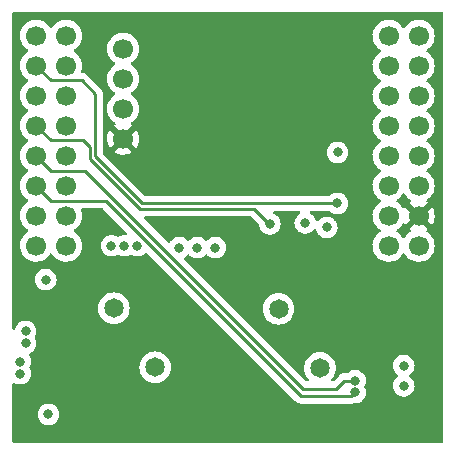
<source format=gbr>
%TF.GenerationSoftware,KiCad,Pcbnew,(6.0.8-1)-1*%
%TF.CreationDate,2024-02-06T23:44:39-06:00*%
%TF.ProjectId,openmv_can_shield,6f70656e-6d76-45f6-9361-6e5f73686965,rev?*%
%TF.SameCoordinates,Original*%
%TF.FileFunction,Copper,L2,Inr*%
%TF.FilePolarity,Positive*%
%FSLAX46Y46*%
G04 Gerber Fmt 4.6, Leading zero omitted, Abs format (unit mm)*
G04 Created by KiCad (PCBNEW (6.0.8-1)-1) date 2024-02-06 23:44:39*
%MOMM*%
%LPD*%
G01*
G04 APERTURE LIST*
%TA.AperFunction,ComponentPad*%
%ADD10C,1.700000*%
%TD*%
%TA.AperFunction,ComponentPad*%
%ADD11C,1.650000*%
%TD*%
%TA.AperFunction,ViaPad*%
%ADD12C,0.800000*%
%TD*%
%TA.AperFunction,Conductor*%
%ADD13C,0.250000*%
%TD*%
G04 APERTURE END LIST*
D10*
%TO.N,unconnected-(RT1-PadA1)*%
%TO.C,RT1*%
X125304800Y-82212800D03*
%TO.N,/CAN_TX*%
X125304800Y-84752800D03*
%TO.N,unconnected-(RT1-PadA3)*%
X125304800Y-87292800D03*
%TO.N,/CAN_RX*%
X125304800Y-89832800D03*
%TO.N,/SCL*%
X125304800Y-92372800D03*
%TO.N,/SDA*%
X125304800Y-94912800D03*
%TO.N,unconnected-(RT1-PadA7)*%
X125304800Y-97452800D03*
%TO.N,+3.3V*%
X125304800Y-99992800D03*
%TO.N,unconnected-(RT1-PadB1)*%
X127844800Y-82212800D03*
%TO.N,unconnected-(RT1-PadB2)*%
X127844800Y-84752800D03*
%TO.N,unconnected-(RT1-PadB3)*%
X127844800Y-87292800D03*
%TO.N,unconnected-(RT1-PadB4)*%
X127844800Y-89832800D03*
%TO.N,unconnected-(RT1-PadB5)*%
X127844800Y-92372800D03*
%TO.N,unconnected-(RT1-PadB6)*%
X127844800Y-94912800D03*
%TO.N,unconnected-(RT1-PadB7)*%
X127844800Y-97452800D03*
%TO.N,GND*%
X127844800Y-99992800D03*
%TO.N,unconnected-(RT1-PadC1)*%
X155164800Y-82212800D03*
%TO.N,unconnected-(RT1-PadC2)*%
X155164800Y-84752800D03*
%TO.N,unconnected-(RT1-PadC3)*%
X155164800Y-87292800D03*
%TO.N,unconnected-(RT1-PadC4)*%
X155164800Y-89832800D03*
%TO.N,unconnected-(RT1-PadC5)*%
X155164800Y-92372800D03*
%TO.N,unconnected-(RT1-PadC6)*%
X155164800Y-94912800D03*
%TO.N,unconnected-(RT1-PadC7)*%
X155164800Y-97452800D03*
%TO.N,+3.3V*%
X155164800Y-99992800D03*
%TO.N,unconnected-(RT1-PadD1)*%
X157704800Y-82212800D03*
%TO.N,unconnected-(RT1-PadD2)*%
X157704800Y-84752800D03*
%TO.N,unconnected-(RT1-PadD3)*%
X157704800Y-87292800D03*
%TO.N,unconnected-(RT1-PadD4)*%
X157704800Y-89832800D03*
%TO.N,unconnected-(RT1-PadD5)*%
X157704800Y-92372800D03*
%TO.N,unconnected-(RT1-PadD6)*%
X157704800Y-94912800D03*
%TO.N,+5V*%
X157704800Y-97452800D03*
%TO.N,GND*%
X157704800Y-99992800D03*
%TD*%
D11*
%TO.N,+BATT*%
%TO.C,J1*%
X131907400Y-105286800D03*
%TO.N,GND*%
X135407400Y-110286800D03*
%TD*%
%TO.N,/CAN_H*%
%TO.C,J3*%
X145852000Y-105337600D03*
%TO.N,/CAN_L*%
X149352000Y-110337600D03*
%TD*%
D10*
%TO.N,Net-(R1-Pad2)*%
%TO.C,U1*%
X132689600Y-83312000D03*
%TO.N,+12V*%
X132689600Y-85852000D03*
%TO.N,GND*%
X132689600Y-88392000D03*
%TO.N,+5V*%
X132689600Y-90932000D03*
%TD*%
D12*
%TO.N,GND*%
X137439400Y-100152200D03*
X150850600Y-92100400D03*
X138963400Y-100152200D03*
X126136400Y-102870000D03*
X156444800Y-111855400D03*
X140487400Y-100152200D03*
X156444800Y-110153600D03*
X149936200Y-98450400D03*
X148107400Y-98069400D03*
%TO.N,/CAN_TX*%
X150825200Y-96418400D03*
%TO.N,/CAN_RX*%
X145110200Y-98145600D03*
%TO.N,/SCL*%
X152323800Y-111420897D03*
%TO.N,/SDA*%
X152323800Y-112420400D03*
%TO.N,+12V*%
X123977400Y-110820200D03*
X124434600Y-107238800D03*
X133883400Y-99999800D03*
X132791200Y-99999800D03*
X123977400Y-109804200D03*
X124434600Y-108254800D03*
X131699000Y-99999800D03*
%TO.N,+BATT*%
X126365000Y-114274600D03*
%TD*%
D13*
%TO.N,/CAN_TX*%
X134315200Y-96418400D02*
X150825200Y-96418400D01*
X125304800Y-84752800D02*
X126556400Y-86004400D01*
X130327400Y-92430600D02*
X134315200Y-96418400D01*
X126556400Y-86004400D02*
X129184400Y-86004400D01*
X129184400Y-86004400D02*
X130327400Y-87147400D01*
X130327400Y-87147400D02*
X130327400Y-92430600D01*
%TO.N,/CAN_RX*%
X145059400Y-98145600D02*
X145110200Y-98145600D01*
X126556400Y-91084400D02*
X129311400Y-91084400D01*
X125304800Y-89832800D02*
X126556400Y-91084400D01*
X143782200Y-96868400D02*
X145059400Y-98145600D01*
X129877400Y-91650400D02*
X129877400Y-92616996D01*
X129877400Y-92616996D02*
X134128804Y-96868400D01*
X134128804Y-96868400D02*
X143782200Y-96868400D01*
X129311400Y-91084400D02*
X129877400Y-91650400D01*
%TO.N,/SCL*%
X150749000Y-112090200D02*
X147929600Y-112090200D01*
X126581800Y-93649800D02*
X125304800Y-92372800D01*
X151418303Y-111420897D02*
X150749000Y-112090200D01*
X152323800Y-111420897D02*
X151418303Y-111420897D01*
X129489200Y-93649800D02*
X126581800Y-93649800D01*
X147929600Y-112090200D02*
X129489200Y-93649800D01*
%TO.N,/SDA*%
X125304800Y-94912800D02*
X126581800Y-96189800D01*
X147751800Y-112725200D02*
X152019000Y-112725200D01*
X152019000Y-112725200D02*
X152323800Y-112420400D01*
X131216400Y-96189800D02*
X147751800Y-112725200D01*
X126581800Y-96189800D02*
X131216400Y-96189800D01*
%TD*%
%TA.AperFunction,Conductor*%
%TO.N,+5V*%
G36*
X159733021Y-80208302D02*
G01*
X159779514Y-80261958D01*
X159790900Y-80314300D01*
X159790900Y-116545300D01*
X159770898Y-116613421D01*
X159717242Y-116659914D01*
X159664900Y-116671300D01*
X123433900Y-116671300D01*
X123365779Y-116651298D01*
X123319286Y-116597642D01*
X123307900Y-116545300D01*
X123307900Y-114274600D01*
X125451496Y-114274600D01*
X125471458Y-114464528D01*
X125530473Y-114646156D01*
X125625960Y-114811544D01*
X125753747Y-114953466D01*
X125908248Y-115065718D01*
X125914276Y-115068402D01*
X125914278Y-115068403D01*
X126076681Y-115140709D01*
X126082712Y-115143394D01*
X126176112Y-115163247D01*
X126263056Y-115181728D01*
X126263061Y-115181728D01*
X126269513Y-115183100D01*
X126460487Y-115183100D01*
X126466939Y-115181728D01*
X126466944Y-115181728D01*
X126553888Y-115163247D01*
X126647288Y-115143394D01*
X126653319Y-115140709D01*
X126815722Y-115068403D01*
X126815724Y-115068402D01*
X126821752Y-115065718D01*
X126976253Y-114953466D01*
X127104040Y-114811544D01*
X127199527Y-114646156D01*
X127258542Y-114464528D01*
X127278504Y-114274600D01*
X127258542Y-114084672D01*
X127199527Y-113903044D01*
X127104040Y-113737656D01*
X126976253Y-113595734D01*
X126821752Y-113483482D01*
X126815724Y-113480798D01*
X126815722Y-113480797D01*
X126653319Y-113408491D01*
X126653318Y-113408491D01*
X126647288Y-113405806D01*
X126553887Y-113385953D01*
X126466944Y-113367472D01*
X126466939Y-113367472D01*
X126460487Y-113366100D01*
X126269513Y-113366100D01*
X126263061Y-113367472D01*
X126263056Y-113367472D01*
X126176112Y-113385953D01*
X126082712Y-113405806D01*
X126076682Y-113408491D01*
X126076681Y-113408491D01*
X125914278Y-113480797D01*
X125914276Y-113480798D01*
X125908248Y-113483482D01*
X125753747Y-113595734D01*
X125625960Y-113737656D01*
X125530473Y-113903044D01*
X125471458Y-114084672D01*
X125451496Y-114274600D01*
X123307900Y-114274600D01*
X123307900Y-111704036D01*
X123327902Y-111635915D01*
X123381558Y-111589422D01*
X123451832Y-111579318D01*
X123507961Y-111602100D01*
X123520648Y-111611318D01*
X123526676Y-111614002D01*
X123526678Y-111614003D01*
X123642280Y-111665472D01*
X123695112Y-111688994D01*
X123765879Y-111704036D01*
X123875456Y-111727328D01*
X123875461Y-111727328D01*
X123881913Y-111728700D01*
X124072887Y-111728700D01*
X124079339Y-111727328D01*
X124079344Y-111727328D01*
X124188921Y-111704036D01*
X124259688Y-111688994D01*
X124312520Y-111665472D01*
X124428122Y-111614003D01*
X124428124Y-111614002D01*
X124434152Y-111611318D01*
X124588653Y-111499066D01*
X124607512Y-111478121D01*
X124712021Y-111362052D01*
X124712022Y-111362051D01*
X124716440Y-111357144D01*
X124811927Y-111191756D01*
X124870942Y-111010128D01*
X124872189Y-110998270D01*
X124890214Y-110826765D01*
X124890904Y-110820200D01*
X124887588Y-110788649D01*
X124871632Y-110636835D01*
X124871632Y-110636833D01*
X124870942Y-110630272D01*
X124811927Y-110448644D01*
X124769524Y-110375200D01*
X124752786Y-110306205D01*
X124758484Y-110286800D01*
X134068806Y-110286800D01*
X134089142Y-110519244D01*
X134090566Y-110524557D01*
X134090566Y-110524559D01*
X134133510Y-110684826D01*
X134149533Y-110744626D01*
X134151855Y-110749606D01*
X134151856Y-110749608D01*
X134245818Y-110951110D01*
X134245821Y-110951115D01*
X134248144Y-110956097D01*
X134251300Y-110960604D01*
X134251301Y-110960606D01*
X134314045Y-111050213D01*
X134381978Y-111147232D01*
X134546968Y-111312222D01*
X134551476Y-111315379D01*
X134551479Y-111315381D01*
X134692796Y-111414332D01*
X134738103Y-111446056D01*
X134743085Y-111448379D01*
X134743090Y-111448382D01*
X134944592Y-111542344D01*
X134949574Y-111544667D01*
X134954882Y-111546089D01*
X134954884Y-111546090D01*
X135169641Y-111603634D01*
X135169643Y-111603634D01*
X135174956Y-111605058D01*
X135407400Y-111625394D01*
X135639844Y-111605058D01*
X135645157Y-111603634D01*
X135645159Y-111603634D01*
X135859916Y-111546090D01*
X135859918Y-111546089D01*
X135865226Y-111544667D01*
X135870208Y-111542344D01*
X136071710Y-111448382D01*
X136071715Y-111448379D01*
X136076697Y-111446056D01*
X136122004Y-111414332D01*
X136263321Y-111315381D01*
X136263324Y-111315379D01*
X136267832Y-111312222D01*
X136432822Y-111147232D01*
X136500756Y-111050213D01*
X136563499Y-110960606D01*
X136563500Y-110960604D01*
X136566656Y-110956097D01*
X136568979Y-110951115D01*
X136568982Y-110951110D01*
X136662944Y-110749608D01*
X136662945Y-110749606D01*
X136665267Y-110744626D01*
X136681291Y-110684826D01*
X136724234Y-110524559D01*
X136724234Y-110524557D01*
X136725658Y-110519244D01*
X136745994Y-110286800D01*
X136725658Y-110054356D01*
X136709520Y-109994128D01*
X136666690Y-109834284D01*
X136666689Y-109834282D01*
X136665267Y-109828974D01*
X136653715Y-109804200D01*
X136568982Y-109622490D01*
X136568979Y-109622485D01*
X136566656Y-109617503D01*
X136563499Y-109612994D01*
X136435981Y-109430879D01*
X136435979Y-109430876D01*
X136432822Y-109426368D01*
X136267832Y-109261378D01*
X136263324Y-109258221D01*
X136263321Y-109258219D01*
X136081206Y-109130701D01*
X136081204Y-109130700D01*
X136076697Y-109127544D01*
X136071715Y-109125221D01*
X136071710Y-109125218D01*
X135870208Y-109031256D01*
X135870206Y-109031255D01*
X135865226Y-109028933D01*
X135859918Y-109027511D01*
X135859916Y-109027510D01*
X135645159Y-108969966D01*
X135645157Y-108969966D01*
X135639844Y-108968542D01*
X135407400Y-108948206D01*
X135174956Y-108968542D01*
X135169643Y-108969966D01*
X135169641Y-108969966D01*
X134954884Y-109027510D01*
X134954882Y-109027511D01*
X134949574Y-109028933D01*
X134944594Y-109031255D01*
X134944592Y-109031256D01*
X134743090Y-109125218D01*
X134743085Y-109125221D01*
X134738103Y-109127544D01*
X134733596Y-109130700D01*
X134733594Y-109130701D01*
X134551479Y-109258219D01*
X134551476Y-109258221D01*
X134546968Y-109261378D01*
X134381978Y-109426368D01*
X134378821Y-109430876D01*
X134378819Y-109430879D01*
X134251301Y-109612994D01*
X134248144Y-109617503D01*
X134245821Y-109622485D01*
X134245818Y-109622490D01*
X134161085Y-109804200D01*
X134149533Y-109828974D01*
X134148111Y-109834282D01*
X134148110Y-109834284D01*
X134105280Y-109994128D01*
X134089142Y-110054356D01*
X134068806Y-110286800D01*
X124758484Y-110286800D01*
X124769524Y-110249200D01*
X124808623Y-110181479D01*
X124808624Y-110181478D01*
X124811927Y-110175756D01*
X124870942Y-109994128D01*
X124890904Y-109804200D01*
X124870942Y-109614272D01*
X124811927Y-109432644D01*
X124720518Y-109274319D01*
X124703780Y-109205325D01*
X124727000Y-109138233D01*
X124778388Y-109096213D01*
X124885322Y-109048603D01*
X124885324Y-109048602D01*
X124891352Y-109045918D01*
X124911533Y-109031256D01*
X124983228Y-108979166D01*
X125045853Y-108933666D01*
X125173640Y-108791744D01*
X125269127Y-108626356D01*
X125328142Y-108444728D01*
X125348104Y-108254800D01*
X125347414Y-108248235D01*
X125328832Y-108071435D01*
X125328832Y-108071433D01*
X125328142Y-108064872D01*
X125269127Y-107883244D01*
X125226724Y-107809800D01*
X125209986Y-107740805D01*
X125226724Y-107683800D01*
X125265823Y-107616079D01*
X125265824Y-107616078D01*
X125269127Y-107610356D01*
X125328142Y-107428728D01*
X125348104Y-107238800D01*
X125347414Y-107232235D01*
X125328832Y-107055435D01*
X125328832Y-107055433D01*
X125328142Y-107048872D01*
X125269127Y-106867244D01*
X125173640Y-106701856D01*
X125104794Y-106625394D01*
X125050275Y-106564845D01*
X125050274Y-106564844D01*
X125045853Y-106559934D01*
X124891352Y-106447682D01*
X124885324Y-106444998D01*
X124885322Y-106444997D01*
X124722919Y-106372691D01*
X124722918Y-106372691D01*
X124716888Y-106370006D01*
X124623488Y-106350153D01*
X124536544Y-106331672D01*
X124536539Y-106331672D01*
X124530087Y-106330300D01*
X124339113Y-106330300D01*
X124332661Y-106331672D01*
X124332656Y-106331672D01*
X124245712Y-106350153D01*
X124152312Y-106370006D01*
X124146282Y-106372691D01*
X124146281Y-106372691D01*
X123983878Y-106444997D01*
X123983876Y-106444998D01*
X123977848Y-106447682D01*
X123823347Y-106559934D01*
X123818926Y-106564844D01*
X123818925Y-106564845D01*
X123764407Y-106625394D01*
X123695560Y-106701856D01*
X123600073Y-106867244D01*
X123598031Y-106873529D01*
X123553733Y-107009863D01*
X123513659Y-107068469D01*
X123448263Y-107096106D01*
X123378306Y-107083999D01*
X123326000Y-107035993D01*
X123307900Y-106970927D01*
X123307900Y-105286800D01*
X130568806Y-105286800D01*
X130589142Y-105519244D01*
X130649533Y-105744626D01*
X130651855Y-105749606D01*
X130651856Y-105749608D01*
X130745818Y-105951110D01*
X130745821Y-105951115D01*
X130748144Y-105956097D01*
X130751300Y-105960604D01*
X130751301Y-105960606D01*
X130786872Y-106011406D01*
X130881978Y-106147232D01*
X131046968Y-106312222D01*
X131051476Y-106315379D01*
X131051479Y-106315381D01*
X131233594Y-106442899D01*
X131238103Y-106446056D01*
X131243085Y-106448379D01*
X131243090Y-106448382D01*
X131444592Y-106542344D01*
X131449574Y-106544667D01*
X131454882Y-106546089D01*
X131454884Y-106546090D01*
X131669641Y-106603634D01*
X131669643Y-106603634D01*
X131674956Y-106605058D01*
X131907400Y-106625394D01*
X132139844Y-106605058D01*
X132145157Y-106603634D01*
X132145159Y-106603634D01*
X132359916Y-106546090D01*
X132359918Y-106546089D01*
X132365226Y-106544667D01*
X132370208Y-106542344D01*
X132571710Y-106448382D01*
X132571715Y-106448379D01*
X132576697Y-106446056D01*
X132581206Y-106442899D01*
X132763321Y-106315381D01*
X132763324Y-106315379D01*
X132767832Y-106312222D01*
X132932822Y-106147232D01*
X133027929Y-106011406D01*
X133063499Y-105960606D01*
X133063500Y-105960604D01*
X133066656Y-105956097D01*
X133068979Y-105951115D01*
X133068982Y-105951110D01*
X133162944Y-105749608D01*
X133162945Y-105749606D01*
X133165267Y-105744626D01*
X133225658Y-105519244D01*
X133245994Y-105286800D01*
X133225658Y-105054356D01*
X133165267Y-104828974D01*
X133088242Y-104663794D01*
X133068982Y-104622490D01*
X133068979Y-104622485D01*
X133066656Y-104617503D01*
X132971551Y-104481679D01*
X132935981Y-104430879D01*
X132935979Y-104430876D01*
X132932822Y-104426368D01*
X132767832Y-104261378D01*
X132763324Y-104258221D01*
X132763321Y-104258219D01*
X132581206Y-104130701D01*
X132581204Y-104130700D01*
X132576697Y-104127544D01*
X132571715Y-104125221D01*
X132571710Y-104125218D01*
X132370208Y-104031256D01*
X132370206Y-104031255D01*
X132365226Y-104028933D01*
X132359918Y-104027511D01*
X132359916Y-104027510D01*
X132145159Y-103969966D01*
X132145157Y-103969966D01*
X132139844Y-103968542D01*
X131907400Y-103948206D01*
X131674956Y-103968542D01*
X131669643Y-103969966D01*
X131669641Y-103969966D01*
X131454884Y-104027510D01*
X131454882Y-104027511D01*
X131449574Y-104028933D01*
X131444594Y-104031255D01*
X131444592Y-104031256D01*
X131243090Y-104125218D01*
X131243085Y-104125221D01*
X131238103Y-104127544D01*
X131233596Y-104130700D01*
X131233594Y-104130701D01*
X131051479Y-104258219D01*
X131051476Y-104258221D01*
X131046968Y-104261378D01*
X130881978Y-104426368D01*
X130878821Y-104430876D01*
X130878819Y-104430879D01*
X130843249Y-104481679D01*
X130748144Y-104617503D01*
X130745821Y-104622485D01*
X130745818Y-104622490D01*
X130726558Y-104663794D01*
X130649533Y-104828974D01*
X130589142Y-105054356D01*
X130568806Y-105286800D01*
X123307900Y-105286800D01*
X123307900Y-102870000D01*
X125222896Y-102870000D01*
X125242858Y-103059928D01*
X125301873Y-103241556D01*
X125397360Y-103406944D01*
X125525147Y-103548866D01*
X125679648Y-103661118D01*
X125685676Y-103663802D01*
X125685678Y-103663803D01*
X125848081Y-103736109D01*
X125854112Y-103738794D01*
X125947512Y-103758647D01*
X126034456Y-103777128D01*
X126034461Y-103777128D01*
X126040913Y-103778500D01*
X126231887Y-103778500D01*
X126238339Y-103777128D01*
X126238344Y-103777128D01*
X126325287Y-103758647D01*
X126418688Y-103738794D01*
X126424719Y-103736109D01*
X126587122Y-103663803D01*
X126587124Y-103663802D01*
X126593152Y-103661118D01*
X126747653Y-103548866D01*
X126875440Y-103406944D01*
X126970927Y-103241556D01*
X127029942Y-103059928D01*
X127049904Y-102870000D01*
X127029942Y-102680072D01*
X126970927Y-102498444D01*
X126875440Y-102333056D01*
X126747653Y-102191134D01*
X126593152Y-102078882D01*
X126587124Y-102076198D01*
X126587122Y-102076197D01*
X126424719Y-102003891D01*
X126424718Y-102003891D01*
X126418688Y-102001206D01*
X126325287Y-101981353D01*
X126238344Y-101962872D01*
X126238339Y-101962872D01*
X126231887Y-101961500D01*
X126040913Y-101961500D01*
X126034461Y-101962872D01*
X126034456Y-101962872D01*
X125947512Y-101981353D01*
X125854112Y-102001206D01*
X125848082Y-102003891D01*
X125848081Y-102003891D01*
X125685678Y-102076197D01*
X125685676Y-102076198D01*
X125679648Y-102078882D01*
X125525147Y-102191134D01*
X125397360Y-102333056D01*
X125301873Y-102498444D01*
X125242858Y-102680072D01*
X125222896Y-102870000D01*
X123307900Y-102870000D01*
X123307900Y-99959495D01*
X123942051Y-99959495D01*
X123942348Y-99964648D01*
X123942348Y-99964651D01*
X123953162Y-100152200D01*
X123954910Y-100182515D01*
X123956047Y-100187561D01*
X123956048Y-100187567D01*
X123957950Y-100196006D01*
X124004022Y-100400439D01*
X124088066Y-100607416D01*
X124128721Y-100673759D01*
X124202091Y-100793488D01*
X124204787Y-100797888D01*
X124351050Y-100966738D01*
X124522926Y-101109432D01*
X124715800Y-101222138D01*
X124924492Y-101301830D01*
X124929560Y-101302861D01*
X124929563Y-101302862D01*
X125036817Y-101324683D01*
X125143397Y-101346367D01*
X125148572Y-101346557D01*
X125148574Y-101346557D01*
X125361473Y-101354364D01*
X125361477Y-101354364D01*
X125366637Y-101354553D01*
X125371757Y-101353897D01*
X125371759Y-101353897D01*
X125583088Y-101326825D01*
X125583089Y-101326825D01*
X125588216Y-101326168D01*
X125593166Y-101324683D01*
X125797229Y-101263461D01*
X125797234Y-101263459D01*
X125802184Y-101261974D01*
X126002794Y-101163696D01*
X126184660Y-101033973D01*
X126197685Y-101020994D01*
X126339235Y-100879937D01*
X126342896Y-100876289D01*
X126348426Y-100868594D01*
X126473253Y-100694877D01*
X126474576Y-100695828D01*
X126521445Y-100652657D01*
X126591380Y-100640425D01*
X126656826Y-100667944D01*
X126684675Y-100699794D01*
X126744787Y-100797888D01*
X126891050Y-100966738D01*
X127062926Y-101109432D01*
X127255800Y-101222138D01*
X127464492Y-101301830D01*
X127469560Y-101302861D01*
X127469563Y-101302862D01*
X127576817Y-101324683D01*
X127683397Y-101346367D01*
X127688572Y-101346557D01*
X127688574Y-101346557D01*
X127901473Y-101354364D01*
X127901477Y-101354364D01*
X127906637Y-101354553D01*
X127911757Y-101353897D01*
X127911759Y-101353897D01*
X128123088Y-101326825D01*
X128123089Y-101326825D01*
X128128216Y-101326168D01*
X128133166Y-101324683D01*
X128337229Y-101263461D01*
X128337234Y-101263459D01*
X128342184Y-101261974D01*
X128542794Y-101163696D01*
X128724660Y-101033973D01*
X128737685Y-101020994D01*
X128879235Y-100879937D01*
X128882896Y-100876289D01*
X128888426Y-100868594D01*
X129010235Y-100699077D01*
X129013253Y-100694877D01*
X129016087Y-100689144D01*
X129109936Y-100499253D01*
X129109937Y-100499251D01*
X129112230Y-100494611D01*
X129177170Y-100280869D01*
X129206329Y-100059390D01*
X129207956Y-99992800D01*
X129189652Y-99770161D01*
X129135231Y-99553502D01*
X129046154Y-99348640D01*
X129003065Y-99282034D01*
X128927622Y-99165417D01*
X128927620Y-99165414D01*
X128924814Y-99161077D01*
X128774470Y-98995851D01*
X128770419Y-98992652D01*
X128770415Y-98992648D01*
X128603214Y-98860600D01*
X128603210Y-98860598D01*
X128599159Y-98857398D01*
X128557853Y-98834596D01*
X128507884Y-98784164D01*
X128493112Y-98714721D01*
X128518228Y-98648316D01*
X128545580Y-98621709D01*
X128609910Y-98575823D01*
X128724660Y-98493973D01*
X128882896Y-98336289D01*
X128942394Y-98253489D01*
X129010235Y-98159077D01*
X129013253Y-98154877D01*
X129015674Y-98149980D01*
X129109936Y-97959253D01*
X129109937Y-97959251D01*
X129112230Y-97954611D01*
X129167853Y-97771534D01*
X129175665Y-97745823D01*
X129175665Y-97745821D01*
X129177170Y-97740869D01*
X129206329Y-97519390D01*
X129206412Y-97516012D01*
X129207874Y-97456165D01*
X129207874Y-97456161D01*
X129207956Y-97452800D01*
X129189652Y-97230161D01*
X129135231Y-97013502D01*
X129129162Y-96999544D01*
X129120340Y-96929099D01*
X129151005Y-96865066D01*
X129211420Y-96827777D01*
X129244710Y-96823300D01*
X130901806Y-96823300D01*
X130969927Y-96843302D01*
X130990901Y-96860205D01*
X133011726Y-98881030D01*
X133045752Y-98943342D01*
X133040687Y-99014157D01*
X132998140Y-99070993D01*
X132931620Y-99095804D01*
X132896432Y-99093371D01*
X132893148Y-99092673D01*
X132893145Y-99092673D01*
X132886687Y-99091300D01*
X132695713Y-99091300D01*
X132689261Y-99092672D01*
X132689256Y-99092672D01*
X132602312Y-99111153D01*
X132508912Y-99131006D01*
X132502882Y-99133691D01*
X132502881Y-99133691D01*
X132340478Y-99205997D01*
X132340476Y-99205998D01*
X132334448Y-99208682D01*
X132329104Y-99212564D01*
X132329105Y-99212564D01*
X132319162Y-99219788D01*
X132252295Y-99243647D01*
X132183143Y-99227568D01*
X132171038Y-99219788D01*
X132161095Y-99212564D01*
X132161096Y-99212564D01*
X132155752Y-99208682D01*
X132149724Y-99205998D01*
X132149722Y-99205997D01*
X131987319Y-99133691D01*
X131987318Y-99133691D01*
X131981288Y-99131006D01*
X131887887Y-99111153D01*
X131800944Y-99092672D01*
X131800939Y-99092672D01*
X131794487Y-99091300D01*
X131603513Y-99091300D01*
X131597061Y-99092672D01*
X131597056Y-99092672D01*
X131510112Y-99111153D01*
X131416712Y-99131006D01*
X131410682Y-99133691D01*
X131410681Y-99133691D01*
X131248278Y-99205997D01*
X131248276Y-99205998D01*
X131242248Y-99208682D01*
X131087747Y-99320934D01*
X131083326Y-99325844D01*
X131083325Y-99325845D01*
X131051598Y-99361082D01*
X130959960Y-99462856D01*
X130951075Y-99478245D01*
X130871972Y-99615256D01*
X130864473Y-99628244D01*
X130805458Y-99809872D01*
X130804768Y-99816433D01*
X130804768Y-99816435D01*
X130786584Y-99989446D01*
X130785496Y-99999800D01*
X130805458Y-100189728D01*
X130864473Y-100371356D01*
X130867776Y-100377078D01*
X130867777Y-100377079D01*
X130881264Y-100400439D01*
X130959960Y-100536744D01*
X131087747Y-100678666D01*
X131116827Y-100699794D01*
X131210205Y-100767637D01*
X131242248Y-100790918D01*
X131248276Y-100793602D01*
X131248278Y-100793603D01*
X131410681Y-100865909D01*
X131416712Y-100868594D01*
X131510113Y-100888447D01*
X131597056Y-100906928D01*
X131597061Y-100906928D01*
X131603513Y-100908300D01*
X131794487Y-100908300D01*
X131800939Y-100906928D01*
X131800944Y-100906928D01*
X131887887Y-100888447D01*
X131981288Y-100868594D01*
X131987319Y-100865909D01*
X132149722Y-100793603D01*
X132149724Y-100793602D01*
X132155752Y-100790918D01*
X132171038Y-100779812D01*
X132237905Y-100755953D01*
X132307057Y-100772032D01*
X132319161Y-100779811D01*
X132334448Y-100790918D01*
X132340476Y-100793602D01*
X132340478Y-100793603D01*
X132502881Y-100865909D01*
X132508912Y-100868594D01*
X132602313Y-100888447D01*
X132689256Y-100906928D01*
X132689261Y-100906928D01*
X132695713Y-100908300D01*
X132886687Y-100908300D01*
X132893139Y-100906928D01*
X132893144Y-100906928D01*
X132980087Y-100888447D01*
X133073488Y-100868594D01*
X133079519Y-100865909D01*
X133241922Y-100793603D01*
X133241924Y-100793602D01*
X133247952Y-100790918D01*
X133263238Y-100779812D01*
X133330105Y-100755953D01*
X133399257Y-100772032D01*
X133411361Y-100779811D01*
X133426648Y-100790918D01*
X133432676Y-100793602D01*
X133432678Y-100793603D01*
X133595081Y-100865909D01*
X133601112Y-100868594D01*
X133694513Y-100888447D01*
X133781456Y-100906928D01*
X133781461Y-100906928D01*
X133787913Y-100908300D01*
X133978887Y-100908300D01*
X133985339Y-100906928D01*
X133985344Y-100906928D01*
X134072287Y-100888447D01*
X134165688Y-100868594D01*
X134171719Y-100865909D01*
X134334122Y-100793603D01*
X134334124Y-100793602D01*
X134340152Y-100790918D01*
X134372196Y-100767637D01*
X134465573Y-100699794D01*
X134494653Y-100678666D01*
X134554917Y-100611736D01*
X134615364Y-100574497D01*
X134686347Y-100575849D01*
X134737648Y-100606952D01*
X140997939Y-106867244D01*
X147248148Y-113117453D01*
X147255688Y-113125739D01*
X147259800Y-113132218D01*
X147265577Y-113137643D01*
X147309451Y-113178843D01*
X147312293Y-113181598D01*
X147332030Y-113201335D01*
X147335227Y-113203815D01*
X147344247Y-113211518D01*
X147376479Y-113241786D01*
X147383425Y-113245605D01*
X147383428Y-113245607D01*
X147394234Y-113251548D01*
X147410753Y-113262399D01*
X147426759Y-113274814D01*
X147434028Y-113277959D01*
X147434032Y-113277962D01*
X147467337Y-113292374D01*
X147477987Y-113297591D01*
X147516740Y-113318895D01*
X147524415Y-113320866D01*
X147524416Y-113320866D01*
X147536362Y-113323933D01*
X147555067Y-113330337D01*
X147573655Y-113338381D01*
X147581478Y-113339620D01*
X147581488Y-113339623D01*
X147617324Y-113345299D01*
X147628944Y-113347705D01*
X147660759Y-113355873D01*
X147671770Y-113358700D01*
X147692024Y-113358700D01*
X147711734Y-113360251D01*
X147731743Y-113363420D01*
X147739635Y-113362674D01*
X147758380Y-113360902D01*
X147775762Y-113359259D01*
X147787619Y-113358700D01*
X151940233Y-113358700D01*
X151951416Y-113359227D01*
X151958909Y-113360902D01*
X151966835Y-113360653D01*
X151966836Y-113360653D01*
X152026986Y-113358762D01*
X152030945Y-113358700D01*
X152058856Y-113358700D01*
X152062791Y-113358203D01*
X152062856Y-113358195D01*
X152074693Y-113357262D01*
X152106951Y-113356248D01*
X152110970Y-113356122D01*
X152118889Y-113355873D01*
X152138343Y-113350221D01*
X152157700Y-113346213D01*
X152169930Y-113344668D01*
X152169931Y-113344668D01*
X152177797Y-113343674D01*
X152185166Y-113340756D01*
X152185171Y-113340755D01*
X152192763Y-113337749D01*
X152239148Y-113328900D01*
X152419287Y-113328900D01*
X152425739Y-113327528D01*
X152425744Y-113327528D01*
X152512687Y-113309047D01*
X152606088Y-113289194D01*
X152631316Y-113277962D01*
X152774522Y-113214203D01*
X152774524Y-113214202D01*
X152780552Y-113211518D01*
X152791232Y-113203759D01*
X152882232Y-113137643D01*
X152935053Y-113099266D01*
X153062840Y-112957344D01*
X153158327Y-112791956D01*
X153217342Y-112610328D01*
X153237304Y-112420400D01*
X153217342Y-112230472D01*
X153158327Y-112048844D01*
X153120686Y-111983648D01*
X153103948Y-111914653D01*
X153120685Y-111857650D01*
X153121984Y-111855400D01*
X155531296Y-111855400D01*
X155551258Y-112045328D01*
X155610273Y-112226956D01*
X155705760Y-112392344D01*
X155710178Y-112397251D01*
X155710179Y-112397252D01*
X155731022Y-112420400D01*
X155833547Y-112534266D01*
X155988048Y-112646518D01*
X155994076Y-112649202D01*
X155994078Y-112649203D01*
X156156481Y-112721509D01*
X156162512Y-112724194D01*
X156255913Y-112744047D01*
X156342856Y-112762528D01*
X156342861Y-112762528D01*
X156349313Y-112763900D01*
X156540287Y-112763900D01*
X156546739Y-112762528D01*
X156546744Y-112762528D01*
X156633687Y-112744047D01*
X156727088Y-112724194D01*
X156733119Y-112721509D01*
X156895522Y-112649203D01*
X156895524Y-112649202D01*
X156901552Y-112646518D01*
X157056053Y-112534266D01*
X157158578Y-112420400D01*
X157179421Y-112397252D01*
X157179422Y-112397251D01*
X157183840Y-112392344D01*
X157279327Y-112226956D01*
X157338342Y-112045328D01*
X157358304Y-111855400D01*
X157351028Y-111786168D01*
X157339032Y-111672035D01*
X157339032Y-111672033D01*
X157338342Y-111665472D01*
X157279327Y-111483844D01*
X157183840Y-111318456D01*
X157120571Y-111248188D01*
X157060475Y-111181445D01*
X157060474Y-111181444D01*
X157056053Y-111176534D01*
X156959572Y-111106436D01*
X156916218Y-111050213D01*
X156910143Y-110979477D01*
X156943275Y-110916686D01*
X156959572Y-110902564D01*
X157009888Y-110866007D01*
X157056053Y-110832466D01*
X157068450Y-110818698D01*
X157179421Y-110695452D01*
X157179422Y-110695451D01*
X157183840Y-110690544D01*
X157279327Y-110525156D01*
X157338342Y-110343528D01*
X157339541Y-110332125D01*
X157357614Y-110160165D01*
X157358304Y-110153600D01*
X157338342Y-109963672D01*
X157279327Y-109782044D01*
X157183840Y-109616656D01*
X157056053Y-109474734D01*
X156901552Y-109362482D01*
X156895524Y-109359798D01*
X156895522Y-109359797D01*
X156733119Y-109287491D01*
X156733118Y-109287491D01*
X156727088Y-109284806D01*
X156616869Y-109261378D01*
X156546744Y-109246472D01*
X156546739Y-109246472D01*
X156540287Y-109245100D01*
X156349313Y-109245100D01*
X156342861Y-109246472D01*
X156342856Y-109246472D01*
X156272731Y-109261378D01*
X156162512Y-109284806D01*
X156156482Y-109287491D01*
X156156481Y-109287491D01*
X155994078Y-109359797D01*
X155994076Y-109359798D01*
X155988048Y-109362482D01*
X155833547Y-109474734D01*
X155705760Y-109616656D01*
X155610273Y-109782044D01*
X155551258Y-109963672D01*
X155531296Y-110153600D01*
X155531986Y-110160165D01*
X155550060Y-110332125D01*
X155551258Y-110343528D01*
X155610273Y-110525156D01*
X155705760Y-110690544D01*
X155710178Y-110695451D01*
X155710179Y-110695452D01*
X155821150Y-110818698D01*
X155833547Y-110832466D01*
X155879712Y-110866007D01*
X155930028Y-110902564D01*
X155973382Y-110958787D01*
X155979457Y-111029523D01*
X155946325Y-111092314D01*
X155930028Y-111106436D01*
X155833547Y-111176534D01*
X155829126Y-111181444D01*
X155829125Y-111181445D01*
X155769030Y-111248188D01*
X155705760Y-111318456D01*
X155610273Y-111483844D01*
X155551258Y-111665472D01*
X155550568Y-111672033D01*
X155550568Y-111672035D01*
X155538572Y-111786168D01*
X155531296Y-111855400D01*
X153121984Y-111855400D01*
X153158327Y-111792453D01*
X153217342Y-111610825D01*
X153220654Y-111579318D01*
X153236614Y-111427462D01*
X153237304Y-111420897D01*
X153217342Y-111230969D01*
X153158327Y-111049341D01*
X153062840Y-110883953D01*
X153046682Y-110866007D01*
X152939475Y-110746942D01*
X152939474Y-110746941D01*
X152935053Y-110742031D01*
X152780552Y-110629779D01*
X152774524Y-110627095D01*
X152774522Y-110627094D01*
X152612119Y-110554788D01*
X152612118Y-110554788D01*
X152606088Y-110552103D01*
X152512688Y-110532250D01*
X152425744Y-110513769D01*
X152425739Y-110513769D01*
X152419287Y-110512397D01*
X152228313Y-110512397D01*
X152221861Y-110513769D01*
X152221856Y-110513769D01*
X152134912Y-110532250D01*
X152041512Y-110552103D01*
X152035482Y-110554788D01*
X152035481Y-110554788D01*
X151873078Y-110627094D01*
X151873076Y-110627095D01*
X151867048Y-110629779D01*
X151861707Y-110633659D01*
X151861706Y-110633660D01*
X151783412Y-110690544D01*
X151712547Y-110742031D01*
X151708132Y-110746934D01*
X151703220Y-110751357D01*
X151702095Y-110750108D01*
X151648786Y-110782948D01*
X151615600Y-110787397D01*
X151497066Y-110787397D01*
X151485882Y-110786870D01*
X151478394Y-110785196D01*
X151470471Y-110785445D01*
X151410336Y-110787335D01*
X151406378Y-110787397D01*
X151378447Y-110787397D01*
X151374532Y-110787892D01*
X151374528Y-110787892D01*
X151374470Y-110787900D01*
X151374441Y-110787903D01*
X151362599Y-110788836D01*
X151318413Y-110790224D01*
X151301047Y-110795269D01*
X151298961Y-110795875D01*
X151279609Y-110799883D01*
X151267371Y-110801429D01*
X151267369Y-110801430D01*
X151259506Y-110802423D01*
X151218389Y-110818703D01*
X151207188Y-110822538D01*
X151164709Y-110834879D01*
X151157890Y-110838912D01*
X151157885Y-110838914D01*
X151147274Y-110845190D01*
X151129524Y-110853887D01*
X151110686Y-110861345D01*
X151104270Y-110866006D01*
X151104269Y-110866007D01*
X151074928Y-110887325D01*
X151065004Y-110893844D01*
X151033763Y-110912319D01*
X151033758Y-110912323D01*
X151026940Y-110916355D01*
X151012616Y-110930679D01*
X150997584Y-110943518D01*
X150981196Y-110955425D01*
X150953015Y-110989490D01*
X150945025Y-110998270D01*
X150523500Y-111419795D01*
X150461188Y-111453821D01*
X150434405Y-111456700D01*
X150422944Y-111456700D01*
X150354823Y-111436698D01*
X150308330Y-111383042D01*
X150298226Y-111312768D01*
X150327720Y-111248188D01*
X150333849Y-111241605D01*
X150377422Y-111198032D01*
X150381817Y-111191756D01*
X150508099Y-111011406D01*
X150508100Y-111011404D01*
X150511256Y-111006897D01*
X150513579Y-111001915D01*
X150513582Y-111001910D01*
X150607544Y-110800408D01*
X150607545Y-110800406D01*
X150609867Y-110795426D01*
X150612019Y-110787397D01*
X150668834Y-110575359D01*
X150668834Y-110575357D01*
X150670258Y-110570044D01*
X150690594Y-110337600D01*
X150670258Y-110105156D01*
X150634106Y-109970235D01*
X150611290Y-109885084D01*
X150611289Y-109885082D01*
X150609867Y-109879774D01*
X150588655Y-109834284D01*
X150513582Y-109673290D01*
X150513579Y-109673285D01*
X150511256Y-109668303D01*
X150508099Y-109663794D01*
X150380581Y-109481679D01*
X150380579Y-109481676D01*
X150377422Y-109477168D01*
X150212432Y-109312178D01*
X150207924Y-109309021D01*
X150207921Y-109309019D01*
X150025806Y-109181501D01*
X150025804Y-109181500D01*
X150021297Y-109178344D01*
X150016315Y-109176021D01*
X150016310Y-109176018D01*
X149814808Y-109082056D01*
X149814806Y-109082055D01*
X149809826Y-109079733D01*
X149804518Y-109078311D01*
X149804516Y-109078310D01*
X149589759Y-109020766D01*
X149589757Y-109020766D01*
X149584444Y-109019342D01*
X149352000Y-108999006D01*
X149119556Y-109019342D01*
X149114243Y-109020766D01*
X149114241Y-109020766D01*
X148899484Y-109078310D01*
X148899482Y-109078311D01*
X148894174Y-109079733D01*
X148889194Y-109082055D01*
X148889192Y-109082056D01*
X148687690Y-109176018D01*
X148687685Y-109176021D01*
X148682703Y-109178344D01*
X148678196Y-109181500D01*
X148678194Y-109181501D01*
X148496079Y-109309019D01*
X148496076Y-109309021D01*
X148491568Y-109312178D01*
X148326578Y-109477168D01*
X148323421Y-109481676D01*
X148323419Y-109481679D01*
X148195901Y-109663794D01*
X148192744Y-109668303D01*
X148190421Y-109673285D01*
X148190418Y-109673290D01*
X148115345Y-109834284D01*
X148094133Y-109879774D01*
X148092711Y-109885082D01*
X148092710Y-109885084D01*
X148069894Y-109970235D01*
X148033742Y-110105156D01*
X148013406Y-110337600D01*
X148033742Y-110570044D01*
X148035166Y-110575357D01*
X148035166Y-110575359D01*
X148091982Y-110787397D01*
X148094133Y-110795426D01*
X148096455Y-110800406D01*
X148096456Y-110800408D01*
X148190418Y-111001910D01*
X148190421Y-111001915D01*
X148192744Y-111006897D01*
X148195900Y-111011404D01*
X148195901Y-111011406D01*
X148322184Y-111191756D01*
X148326578Y-111198032D01*
X148370151Y-111241605D01*
X148404177Y-111303917D01*
X148399112Y-111374732D01*
X148356565Y-111431568D01*
X148290045Y-111456379D01*
X148281056Y-111456700D01*
X148244194Y-111456700D01*
X148176073Y-111436698D01*
X148155099Y-111419795D01*
X142072904Y-105337600D01*
X144513406Y-105337600D01*
X144533742Y-105570044D01*
X144594133Y-105795426D01*
X144596455Y-105800406D01*
X144596456Y-105800408D01*
X144690418Y-106001910D01*
X144690421Y-106001915D01*
X144692744Y-106006897D01*
X144695900Y-106011404D01*
X144695901Y-106011406D01*
X144791008Y-106147232D01*
X144826578Y-106198032D01*
X144991568Y-106363022D01*
X144996076Y-106366179D01*
X144996079Y-106366181D01*
X145178194Y-106493699D01*
X145182703Y-106496856D01*
X145187685Y-106499179D01*
X145187690Y-106499182D01*
X145328505Y-106564845D01*
X145394174Y-106595467D01*
X145399482Y-106596889D01*
X145399484Y-106596890D01*
X145614241Y-106654434D01*
X145614243Y-106654434D01*
X145619556Y-106655858D01*
X145852000Y-106676194D01*
X146084444Y-106655858D01*
X146089757Y-106654434D01*
X146089759Y-106654434D01*
X146304516Y-106596890D01*
X146304518Y-106596889D01*
X146309826Y-106595467D01*
X146375495Y-106564845D01*
X146516310Y-106499182D01*
X146516315Y-106499179D01*
X146521297Y-106496856D01*
X146525806Y-106493699D01*
X146707921Y-106366181D01*
X146707924Y-106366179D01*
X146712432Y-106363022D01*
X146877422Y-106198032D01*
X146912993Y-106147232D01*
X147008099Y-106011406D01*
X147008100Y-106011404D01*
X147011256Y-106006897D01*
X147013579Y-106001915D01*
X147013582Y-106001910D01*
X147107544Y-105800408D01*
X147107545Y-105800406D01*
X147109867Y-105795426D01*
X147170258Y-105570044D01*
X147190594Y-105337600D01*
X147170258Y-105105156D01*
X147109867Y-104879774D01*
X147088655Y-104834284D01*
X147013582Y-104673290D01*
X147013579Y-104673285D01*
X147011256Y-104668303D01*
X147008099Y-104663794D01*
X146880581Y-104481679D01*
X146880579Y-104481676D01*
X146877422Y-104477168D01*
X146712432Y-104312178D01*
X146707924Y-104309021D01*
X146707921Y-104309019D01*
X146525806Y-104181501D01*
X146525804Y-104181500D01*
X146521297Y-104178344D01*
X146516315Y-104176021D01*
X146516310Y-104176018D01*
X146314808Y-104082056D01*
X146314806Y-104082055D01*
X146309826Y-104079733D01*
X146304518Y-104078311D01*
X146304516Y-104078310D01*
X146089759Y-104020766D01*
X146089757Y-104020766D01*
X146084444Y-104019342D01*
X145852000Y-103999006D01*
X145619556Y-104019342D01*
X145614243Y-104020766D01*
X145614241Y-104020766D01*
X145399484Y-104078310D01*
X145399482Y-104078311D01*
X145394174Y-104079733D01*
X145389194Y-104082055D01*
X145389192Y-104082056D01*
X145187690Y-104176018D01*
X145187685Y-104176021D01*
X145182703Y-104178344D01*
X145178196Y-104181500D01*
X145178194Y-104181501D01*
X144996079Y-104309019D01*
X144996076Y-104309021D01*
X144991568Y-104312178D01*
X144826578Y-104477168D01*
X144823421Y-104481676D01*
X144823419Y-104481679D01*
X144695901Y-104663794D01*
X144692744Y-104668303D01*
X144690421Y-104673285D01*
X144690418Y-104673290D01*
X144615345Y-104834284D01*
X144594133Y-104879774D01*
X144533742Y-105105156D01*
X144513406Y-105337600D01*
X142072904Y-105337600D01*
X137873850Y-101138546D01*
X137839824Y-101076234D01*
X137844889Y-101005419D01*
X137887436Y-100948583D01*
X137893891Y-100944324D01*
X137896152Y-100943318D01*
X138050653Y-100831066D01*
X138107765Y-100767636D01*
X138168210Y-100730398D01*
X138239194Y-100731750D01*
X138295034Y-100767636D01*
X138352147Y-100831066D01*
X138506648Y-100943318D01*
X138512676Y-100946002D01*
X138512678Y-100946003D01*
X138675081Y-101018309D01*
X138681112Y-101020994D01*
X138774513Y-101040847D01*
X138861456Y-101059328D01*
X138861461Y-101059328D01*
X138867913Y-101060700D01*
X139058887Y-101060700D01*
X139065339Y-101059328D01*
X139065344Y-101059328D01*
X139152287Y-101040847D01*
X139245688Y-101020994D01*
X139251719Y-101018309D01*
X139414122Y-100946003D01*
X139414124Y-100946002D01*
X139420152Y-100943318D01*
X139574653Y-100831066D01*
X139631765Y-100767636D01*
X139692210Y-100730398D01*
X139763194Y-100731750D01*
X139819034Y-100767636D01*
X139876147Y-100831066D01*
X140030648Y-100943318D01*
X140036676Y-100946002D01*
X140036678Y-100946003D01*
X140199081Y-101018309D01*
X140205112Y-101020994D01*
X140298513Y-101040847D01*
X140385456Y-101059328D01*
X140385461Y-101059328D01*
X140391913Y-101060700D01*
X140582887Y-101060700D01*
X140589339Y-101059328D01*
X140589344Y-101059328D01*
X140676287Y-101040847D01*
X140769688Y-101020994D01*
X140775719Y-101018309D01*
X140938122Y-100946003D01*
X140938124Y-100946002D01*
X140944152Y-100943318D01*
X141098653Y-100831066D01*
X141132385Y-100793603D01*
X141222021Y-100694052D01*
X141222022Y-100694051D01*
X141226440Y-100689144D01*
X141311595Y-100541652D01*
X141318623Y-100529479D01*
X141318624Y-100529478D01*
X141321927Y-100523756D01*
X141380942Y-100342128D01*
X141397650Y-100183165D01*
X141400214Y-100158765D01*
X141400904Y-100152200D01*
X141380942Y-99962272D01*
X141380040Y-99959495D01*
X153802051Y-99959495D01*
X153802348Y-99964648D01*
X153802348Y-99964651D01*
X153813162Y-100152200D01*
X153814910Y-100182515D01*
X153816047Y-100187561D01*
X153816048Y-100187567D01*
X153817950Y-100196006D01*
X153864022Y-100400439D01*
X153948066Y-100607416D01*
X153988721Y-100673759D01*
X154062091Y-100793488D01*
X154064787Y-100797888D01*
X154211050Y-100966738D01*
X154382926Y-101109432D01*
X154575800Y-101222138D01*
X154784492Y-101301830D01*
X154789560Y-101302861D01*
X154789563Y-101302862D01*
X154896817Y-101324683D01*
X155003397Y-101346367D01*
X155008572Y-101346557D01*
X155008574Y-101346557D01*
X155221473Y-101354364D01*
X155221477Y-101354364D01*
X155226637Y-101354553D01*
X155231757Y-101353897D01*
X155231759Y-101353897D01*
X155443088Y-101326825D01*
X155443089Y-101326825D01*
X155448216Y-101326168D01*
X155453166Y-101324683D01*
X155657229Y-101263461D01*
X155657234Y-101263459D01*
X155662184Y-101261974D01*
X155862794Y-101163696D01*
X156044660Y-101033973D01*
X156057685Y-101020994D01*
X156199235Y-100879937D01*
X156202896Y-100876289D01*
X156208426Y-100868594D01*
X156333253Y-100694877D01*
X156334576Y-100695828D01*
X156381445Y-100652657D01*
X156451380Y-100640425D01*
X156516826Y-100667944D01*
X156544675Y-100699794D01*
X156604787Y-100797888D01*
X156751050Y-100966738D01*
X156922926Y-101109432D01*
X157115800Y-101222138D01*
X157324492Y-101301830D01*
X157329560Y-101302861D01*
X157329563Y-101302862D01*
X157436817Y-101324683D01*
X157543397Y-101346367D01*
X157548572Y-101346557D01*
X157548574Y-101346557D01*
X157761473Y-101354364D01*
X157761477Y-101354364D01*
X157766637Y-101354553D01*
X157771757Y-101353897D01*
X157771759Y-101353897D01*
X157983088Y-101326825D01*
X157983089Y-101326825D01*
X157988216Y-101326168D01*
X157993166Y-101324683D01*
X158197229Y-101263461D01*
X158197234Y-101263459D01*
X158202184Y-101261974D01*
X158402794Y-101163696D01*
X158584660Y-101033973D01*
X158597685Y-101020994D01*
X158739235Y-100879937D01*
X158742896Y-100876289D01*
X158748426Y-100868594D01*
X158870235Y-100699077D01*
X158873253Y-100694877D01*
X158876087Y-100689144D01*
X158969936Y-100499253D01*
X158969937Y-100499251D01*
X158972230Y-100494611D01*
X159037170Y-100280869D01*
X159066329Y-100059390D01*
X159067956Y-99992800D01*
X159049652Y-99770161D01*
X158995231Y-99553502D01*
X158906154Y-99348640D01*
X158863065Y-99282034D01*
X158787622Y-99165417D01*
X158787620Y-99165414D01*
X158784814Y-99161077D01*
X158634470Y-98995851D01*
X158630419Y-98992652D01*
X158630415Y-98992648D01*
X158463214Y-98860600D01*
X158463210Y-98860598D01*
X158459159Y-98857398D01*
X158417369Y-98834329D01*
X158367398Y-98783897D01*
X158352626Y-98714454D01*
X158377742Y-98648048D01*
X158405093Y-98621442D01*
X158454047Y-98586523D01*
X158462448Y-98575823D01*
X158455460Y-98562670D01*
X157717612Y-97824822D01*
X157703668Y-97817208D01*
X157701835Y-97817339D01*
X157695220Y-97821590D01*
X156951537Y-98565273D01*
X156944777Y-98577653D01*
X156950058Y-98584707D01*
X156996769Y-98612003D01*
X157045493Y-98663641D01*
X157058564Y-98733424D01*
X157031833Y-98799196D01*
X156991384Y-98832552D01*
X156978407Y-98839307D01*
X156974274Y-98842410D01*
X156974271Y-98842412D01*
X156845091Y-98939403D01*
X156799765Y-98973435D01*
X156760850Y-99014157D01*
X156649187Y-99131006D01*
X156645429Y-99134938D01*
X156538001Y-99292421D01*
X156483093Y-99337421D01*
X156412568Y-99345592D01*
X156348821Y-99314338D01*
X156328124Y-99289854D01*
X156247622Y-99165417D01*
X156247620Y-99165414D01*
X156244814Y-99161077D01*
X156094470Y-98995851D01*
X156090419Y-98992652D01*
X156090415Y-98992648D01*
X155923214Y-98860600D01*
X155923210Y-98860598D01*
X155919159Y-98857398D01*
X155877853Y-98834596D01*
X155827884Y-98784164D01*
X155813112Y-98714721D01*
X155838228Y-98648316D01*
X155865580Y-98621709D01*
X155929910Y-98575823D01*
X156044660Y-98493973D01*
X156202896Y-98336289D01*
X156262394Y-98253489D01*
X156333253Y-98154877D01*
X156334440Y-98155730D01*
X156381760Y-98112162D01*
X156451697Y-98099945D01*
X156517138Y-98127478D01*
X156544966Y-98159312D01*
X156571259Y-98202219D01*
X156581716Y-98211680D01*
X156590494Y-98207896D01*
X157332778Y-97465612D01*
X157339156Y-97453932D01*
X158069208Y-97453932D01*
X158069339Y-97455765D01*
X158073590Y-97462380D01*
X158815274Y-98204064D01*
X158827284Y-98210623D01*
X158839023Y-98201655D01*
X158869804Y-98158819D01*
X158875115Y-98149980D01*
X158969470Y-97959067D01*
X158973269Y-97949472D01*
X159035176Y-97745715D01*
X159037355Y-97735634D01*
X159065390Y-97522687D01*
X159065909Y-97516012D01*
X159067372Y-97456164D01*
X159067178Y-97449446D01*
X159049581Y-97235404D01*
X159047896Y-97225224D01*
X158996014Y-97018675D01*
X158992694Y-97008924D01*
X158907772Y-96813614D01*
X158902905Y-96804539D01*
X158837863Y-96703997D01*
X158827177Y-96694795D01*
X158817612Y-96699198D01*
X158076822Y-97439988D01*
X158069208Y-97453932D01*
X157339156Y-97453932D01*
X157340392Y-97451668D01*
X157340261Y-97449835D01*
X157336010Y-97443220D01*
X156594649Y-96701859D01*
X156583113Y-96695559D01*
X156570831Y-96705182D01*
X156538299Y-96752872D01*
X156483387Y-96797875D01*
X156412863Y-96806046D01*
X156349116Y-96774792D01*
X156328418Y-96750308D01*
X156247622Y-96625417D01*
X156247620Y-96625414D01*
X156244814Y-96621077D01*
X156094470Y-96455851D01*
X156090419Y-96452652D01*
X156090415Y-96452648D01*
X155923214Y-96320600D01*
X155923210Y-96320598D01*
X155919159Y-96317398D01*
X155877853Y-96294596D01*
X155827884Y-96244164D01*
X155813112Y-96174721D01*
X155838228Y-96108316D01*
X155865580Y-96081709D01*
X155922482Y-96041121D01*
X156044660Y-95953973D01*
X156202896Y-95796289D01*
X156237875Y-95747611D01*
X156333253Y-95614877D01*
X156334576Y-95615828D01*
X156381445Y-95572657D01*
X156451380Y-95560425D01*
X156516826Y-95587944D01*
X156544675Y-95619794D01*
X156604787Y-95717888D01*
X156751050Y-95886738D01*
X156922926Y-96029432D01*
X156963479Y-96053129D01*
X156996755Y-96072574D01*
X157045479Y-96124212D01*
X157058550Y-96193995D01*
X157031819Y-96259767D01*
X156991362Y-96293127D01*
X156983260Y-96297344D01*
X156974534Y-96302839D01*
X156954477Y-96317899D01*
X156946023Y-96329227D01*
X156952768Y-96341558D01*
X157691988Y-97080778D01*
X157705932Y-97088392D01*
X157707765Y-97088261D01*
X157714380Y-97084010D01*
X158458189Y-96340201D01*
X158465210Y-96327344D01*
X158458411Y-96318013D01*
X158454359Y-96315321D01*
X158417402Y-96294920D01*
X158367431Y-96244487D01*
X158352659Y-96175045D01*
X158377775Y-96108639D01*
X158405127Y-96082032D01*
X158428597Y-96065291D01*
X158584660Y-95953973D01*
X158742896Y-95796289D01*
X158777875Y-95747611D01*
X158870235Y-95619077D01*
X158873253Y-95614877D01*
X158894120Y-95572657D01*
X158969936Y-95419253D01*
X158969937Y-95419251D01*
X158972230Y-95414611D01*
X159037170Y-95200869D01*
X159066329Y-94979390D01*
X159067956Y-94912800D01*
X159049652Y-94690161D01*
X158995231Y-94473502D01*
X158906154Y-94268640D01*
X158784814Y-94081077D01*
X158634470Y-93915851D01*
X158630419Y-93912652D01*
X158630415Y-93912648D01*
X158463214Y-93780600D01*
X158463210Y-93780598D01*
X158459159Y-93777398D01*
X158417853Y-93754596D01*
X158367884Y-93704164D01*
X158353112Y-93634721D01*
X158378228Y-93568316D01*
X158405580Y-93541709D01*
X158449403Y-93510450D01*
X158584660Y-93413973D01*
X158742896Y-93256289D01*
X158802394Y-93173489D01*
X158870235Y-93079077D01*
X158873253Y-93074877D01*
X158894120Y-93032657D01*
X158969936Y-92879253D01*
X158969937Y-92879251D01*
X158972230Y-92874611D01*
X159020151Y-92716885D01*
X159035665Y-92665823D01*
X159035665Y-92665821D01*
X159037170Y-92660869D01*
X159066329Y-92439390D01*
X159067956Y-92372800D01*
X159049652Y-92150161D01*
X158995231Y-91933502D01*
X158906154Y-91728640D01*
X158847529Y-91638019D01*
X158787622Y-91545417D01*
X158787620Y-91545414D01*
X158784814Y-91541077D01*
X158634470Y-91375851D01*
X158630419Y-91372652D01*
X158630415Y-91372648D01*
X158463214Y-91240600D01*
X158463210Y-91240598D01*
X158459159Y-91237398D01*
X158417853Y-91214596D01*
X158367884Y-91164164D01*
X158353112Y-91094721D01*
X158378228Y-91028316D01*
X158405580Y-91001709D01*
X158449403Y-90970450D01*
X158584660Y-90873973D01*
X158742896Y-90716289D01*
X158802394Y-90633489D01*
X158870235Y-90539077D01*
X158873253Y-90534877D01*
X158883143Y-90514867D01*
X158969936Y-90339253D01*
X158969937Y-90339251D01*
X158972230Y-90334611D01*
X159037170Y-90120869D01*
X159066329Y-89899390D01*
X159067956Y-89832800D01*
X159049652Y-89610161D01*
X158995231Y-89393502D01*
X158906154Y-89188640D01*
X158847696Y-89098277D01*
X158787622Y-89005417D01*
X158787620Y-89005414D01*
X158784814Y-89001077D01*
X158634470Y-88835851D01*
X158630419Y-88832652D01*
X158630415Y-88832648D01*
X158463214Y-88700600D01*
X158463210Y-88700598D01*
X158459159Y-88697398D01*
X158417853Y-88674596D01*
X158367884Y-88624164D01*
X158353112Y-88554721D01*
X158378228Y-88488316D01*
X158405580Y-88461709D01*
X158449403Y-88430450D01*
X158584660Y-88333973D01*
X158742896Y-88176289D01*
X158802394Y-88093489D01*
X158870235Y-87999077D01*
X158873253Y-87994877D01*
X158894120Y-87952657D01*
X158969936Y-87799253D01*
X158969937Y-87799251D01*
X158972230Y-87794611D01*
X159037170Y-87580869D01*
X159066329Y-87359390D01*
X159067956Y-87292800D01*
X159049652Y-87070161D01*
X158995231Y-86853502D01*
X158906154Y-86648640D01*
X158847696Y-86558277D01*
X158787622Y-86465417D01*
X158787620Y-86465414D01*
X158784814Y-86461077D01*
X158634470Y-86295851D01*
X158630419Y-86292652D01*
X158630415Y-86292648D01*
X158463214Y-86160600D01*
X158463210Y-86160598D01*
X158459159Y-86157398D01*
X158417853Y-86134596D01*
X158367884Y-86084164D01*
X158353112Y-86014721D01*
X158378228Y-85948316D01*
X158405580Y-85921709D01*
X158449403Y-85890450D01*
X158584660Y-85793973D01*
X158742896Y-85636289D01*
X158802394Y-85553489D01*
X158870235Y-85459077D01*
X158873253Y-85454877D01*
X158883143Y-85434867D01*
X158969936Y-85259253D01*
X158969937Y-85259251D01*
X158972230Y-85254611D01*
X159037170Y-85040869D01*
X159066329Y-84819390D01*
X159067956Y-84752800D01*
X159049652Y-84530161D01*
X158995231Y-84313502D01*
X158906154Y-84108640D01*
X158847696Y-84018277D01*
X158787622Y-83925417D01*
X158787620Y-83925414D01*
X158784814Y-83921077D01*
X158634470Y-83755851D01*
X158630419Y-83752652D01*
X158630415Y-83752648D01*
X158463214Y-83620600D01*
X158463210Y-83620598D01*
X158459159Y-83617398D01*
X158417853Y-83594596D01*
X158367884Y-83544164D01*
X158353112Y-83474721D01*
X158378228Y-83408316D01*
X158405580Y-83381709D01*
X158449403Y-83350450D01*
X158584660Y-83253973D01*
X158742896Y-83096289D01*
X158802394Y-83013489D01*
X158870235Y-82919077D01*
X158873253Y-82914877D01*
X158894120Y-82872657D01*
X158969936Y-82719253D01*
X158969937Y-82719251D01*
X158972230Y-82714611D01*
X159037170Y-82500869D01*
X159066329Y-82279390D01*
X159067956Y-82212800D01*
X159049652Y-81990161D01*
X158995231Y-81773502D01*
X158906154Y-81568640D01*
X158784814Y-81381077D01*
X158634470Y-81215851D01*
X158630419Y-81212652D01*
X158630415Y-81212648D01*
X158463214Y-81080600D01*
X158463210Y-81080598D01*
X158459159Y-81077398D01*
X158263589Y-80969438D01*
X158258720Y-80967714D01*
X158258716Y-80967712D01*
X158057887Y-80896595D01*
X158057883Y-80896594D01*
X158053012Y-80894869D01*
X158047919Y-80893962D01*
X158047916Y-80893961D01*
X157838173Y-80856600D01*
X157838167Y-80856599D01*
X157833084Y-80855694D01*
X157759252Y-80854792D01*
X157614881Y-80853028D01*
X157614879Y-80853028D01*
X157609711Y-80852965D01*
X157388891Y-80886755D01*
X157176556Y-80956157D01*
X156978407Y-81059307D01*
X156974274Y-81062410D01*
X156974271Y-81062412D01*
X156950047Y-81080600D01*
X156799765Y-81193435D01*
X156645429Y-81354938D01*
X156538001Y-81512421D01*
X156483093Y-81557421D01*
X156412568Y-81565592D01*
X156348821Y-81534338D01*
X156328124Y-81509854D01*
X156247622Y-81385417D01*
X156247620Y-81385414D01*
X156244814Y-81381077D01*
X156094470Y-81215851D01*
X156090419Y-81212652D01*
X156090415Y-81212648D01*
X155923214Y-81080600D01*
X155923210Y-81080598D01*
X155919159Y-81077398D01*
X155723589Y-80969438D01*
X155718720Y-80967714D01*
X155718716Y-80967712D01*
X155517887Y-80896595D01*
X155517883Y-80896594D01*
X155513012Y-80894869D01*
X155507919Y-80893962D01*
X155507916Y-80893961D01*
X155298173Y-80856600D01*
X155298167Y-80856599D01*
X155293084Y-80855694D01*
X155219252Y-80854792D01*
X155074881Y-80853028D01*
X155074879Y-80853028D01*
X155069711Y-80852965D01*
X154848891Y-80886755D01*
X154636556Y-80956157D01*
X154438407Y-81059307D01*
X154434274Y-81062410D01*
X154434271Y-81062412D01*
X154410047Y-81080600D01*
X154259765Y-81193435D01*
X154105429Y-81354938D01*
X153979543Y-81539480D01*
X153885488Y-81742105D01*
X153825789Y-81957370D01*
X153802051Y-82179495D01*
X153802348Y-82184648D01*
X153802348Y-82184651D01*
X153807811Y-82279390D01*
X153814910Y-82402515D01*
X153816047Y-82407561D01*
X153816048Y-82407567D01*
X153826544Y-82454138D01*
X153864022Y-82620439D01*
X153948066Y-82827416D01*
X153998819Y-82910238D01*
X154062091Y-83013488D01*
X154064787Y-83017888D01*
X154211050Y-83186738D01*
X154382926Y-83329432D01*
X154453395Y-83370611D01*
X154456245Y-83372276D01*
X154504969Y-83423914D01*
X154518040Y-83493697D01*
X154491309Y-83559469D01*
X154450855Y-83592827D01*
X154438407Y-83599307D01*
X154434274Y-83602410D01*
X154434271Y-83602412D01*
X154271765Y-83724425D01*
X154259765Y-83733435D01*
X154105429Y-83894938D01*
X154102520Y-83899203D01*
X154102514Y-83899211D01*
X154027322Y-84009438D01*
X153979543Y-84079480D01*
X153885488Y-84282105D01*
X153825789Y-84497370D01*
X153802051Y-84719495D01*
X153802348Y-84724648D01*
X153802348Y-84724651D01*
X153807811Y-84819390D01*
X153814910Y-84942515D01*
X153816047Y-84947561D01*
X153816048Y-84947567D01*
X153826544Y-84994138D01*
X153864022Y-85160439D01*
X153948066Y-85367416D01*
X153998819Y-85450238D01*
X154062091Y-85553488D01*
X154064787Y-85557888D01*
X154211050Y-85726738D01*
X154382926Y-85869432D01*
X154453395Y-85910611D01*
X154456245Y-85912276D01*
X154504969Y-85963914D01*
X154518040Y-86033697D01*
X154491309Y-86099469D01*
X154450855Y-86132827D01*
X154438407Y-86139307D01*
X154434274Y-86142410D01*
X154434271Y-86142412D01*
X154271765Y-86264425D01*
X154259765Y-86273435D01*
X154105429Y-86434938D01*
X154102520Y-86439203D01*
X154102514Y-86439211D01*
X154027322Y-86549438D01*
X153979543Y-86619480D01*
X153964128Y-86652689D01*
X153898491Y-86794093D01*
X153885488Y-86822105D01*
X153825789Y-87037370D01*
X153802051Y-87259495D01*
X153802348Y-87264648D01*
X153802348Y-87264651D01*
X153807811Y-87359390D01*
X153814910Y-87482515D01*
X153816047Y-87487561D01*
X153816048Y-87487567D01*
X153826544Y-87534138D01*
X153864022Y-87700439D01*
X153948066Y-87907416D01*
X153998819Y-87990238D01*
X154062091Y-88093488D01*
X154064787Y-88097888D01*
X154211050Y-88266738D01*
X154382926Y-88409432D01*
X154453395Y-88450611D01*
X154456245Y-88452276D01*
X154504969Y-88503914D01*
X154518040Y-88573697D01*
X154491309Y-88639469D01*
X154450855Y-88672827D01*
X154438407Y-88679307D01*
X154434274Y-88682410D01*
X154434271Y-88682412D01*
X154271765Y-88804425D01*
X154259765Y-88813435D01*
X154105429Y-88974938D01*
X154102520Y-88979203D01*
X154102514Y-88979211D01*
X154027322Y-89089438D01*
X153979543Y-89159480D01*
X153885488Y-89362105D01*
X153825789Y-89577370D01*
X153802051Y-89799495D01*
X153802348Y-89804648D01*
X153802348Y-89804651D01*
X153807811Y-89899390D01*
X153814910Y-90022515D01*
X153816047Y-90027561D01*
X153816048Y-90027567D01*
X153835919Y-90115739D01*
X153864022Y-90240439D01*
X153948066Y-90447416D01*
X153989400Y-90514867D01*
X154062091Y-90633488D01*
X154064787Y-90637888D01*
X154211050Y-90806738D01*
X154382926Y-90949432D01*
X154453395Y-90990611D01*
X154456245Y-90992276D01*
X154504969Y-91043914D01*
X154518040Y-91113697D01*
X154491309Y-91179469D01*
X154450855Y-91212827D01*
X154447000Y-91214834D01*
X154438407Y-91219307D01*
X154434274Y-91222410D01*
X154434271Y-91222412D01*
X154325577Y-91304022D01*
X154259765Y-91353435D01*
X154105429Y-91514938D01*
X153979543Y-91699480D01*
X153885488Y-91902105D01*
X153825789Y-92117370D01*
X153802051Y-92339495D01*
X153802348Y-92344648D01*
X153802348Y-92344651D01*
X153810018Y-92477679D01*
X153814910Y-92562515D01*
X153816047Y-92567561D01*
X153816048Y-92567567D01*
X153829432Y-92626954D01*
X153864022Y-92780439D01*
X153911173Y-92896559D01*
X153939577Y-92966509D01*
X153948066Y-92987416D01*
X153998819Y-93070238D01*
X154062091Y-93173488D01*
X154064787Y-93177888D01*
X154211050Y-93346738D01*
X154382926Y-93489432D01*
X154453395Y-93530611D01*
X154456245Y-93532276D01*
X154504969Y-93583914D01*
X154518040Y-93653697D01*
X154491309Y-93719469D01*
X154450855Y-93752827D01*
X154438407Y-93759307D01*
X154434274Y-93762410D01*
X154434271Y-93762412D01*
X154410047Y-93780600D01*
X154259765Y-93893435D01*
X154105429Y-94054938D01*
X153979543Y-94239480D01*
X153963803Y-94273390D01*
X153900268Y-94410265D01*
X153885488Y-94442105D01*
X153825789Y-94657370D01*
X153802051Y-94879495D01*
X153802348Y-94884648D01*
X153802348Y-94884651D01*
X153807811Y-94979390D01*
X153814910Y-95102515D01*
X153816047Y-95107561D01*
X153816048Y-95107567D01*
X153835919Y-95195739D01*
X153864022Y-95320439D01*
X153901350Y-95412368D01*
X153941511Y-95511272D01*
X153948066Y-95527416D01*
X153998819Y-95610238D01*
X154062091Y-95713488D01*
X154064787Y-95717888D01*
X154211050Y-95886738D01*
X154382926Y-96029432D01*
X154412723Y-96046844D01*
X154456245Y-96072276D01*
X154504969Y-96123914D01*
X154518040Y-96193697D01*
X154491309Y-96259469D01*
X154450855Y-96292827D01*
X154438407Y-96299307D01*
X154434274Y-96302410D01*
X154434271Y-96302412D01*
X154271046Y-96424965D01*
X154259765Y-96433435D01*
X154105429Y-96594938D01*
X153979543Y-96779480D01*
X153885488Y-96982105D01*
X153825789Y-97197370D01*
X153802051Y-97419495D01*
X153802348Y-97424648D01*
X153802348Y-97424651D01*
X153808001Y-97522687D01*
X153814910Y-97642515D01*
X153816047Y-97647561D01*
X153816048Y-97647567D01*
X153835919Y-97735739D01*
X153864022Y-97860439D01*
X153948066Y-98067416D01*
X153991954Y-98139035D01*
X154062091Y-98253488D01*
X154064787Y-98257888D01*
X154211050Y-98426738D01*
X154382926Y-98569432D01*
X154403602Y-98581514D01*
X154456245Y-98612276D01*
X154504969Y-98663914D01*
X154518040Y-98733697D01*
X154491309Y-98799469D01*
X154450855Y-98832827D01*
X154438407Y-98839307D01*
X154434274Y-98842410D01*
X154434271Y-98842412D01*
X154305091Y-98939403D01*
X154259765Y-98973435D01*
X154220850Y-99014157D01*
X154109187Y-99131006D01*
X154105429Y-99134938D01*
X154102520Y-99139203D01*
X154102514Y-99139211D01*
X154032725Y-99241518D01*
X153979543Y-99319480D01*
X153961245Y-99358900D01*
X153908127Y-99473334D01*
X153885488Y-99522105D01*
X153825789Y-99737370D01*
X153802051Y-99959495D01*
X141380040Y-99959495D01*
X141321927Y-99780644D01*
X141308417Y-99757243D01*
X141237567Y-99634529D01*
X141226440Y-99615256D01*
X141188078Y-99572650D01*
X141103075Y-99478245D01*
X141103071Y-99478241D01*
X141098653Y-99473334D01*
X140944152Y-99361082D01*
X140938124Y-99358398D01*
X140938122Y-99358397D01*
X140775719Y-99286091D01*
X140775718Y-99286091D01*
X140769688Y-99283406D01*
X140676288Y-99263553D01*
X140589344Y-99245072D01*
X140589339Y-99245072D01*
X140582887Y-99243700D01*
X140391913Y-99243700D01*
X140385461Y-99245072D01*
X140385456Y-99245072D01*
X140298512Y-99263553D01*
X140205112Y-99283406D01*
X140199082Y-99286091D01*
X140199081Y-99286091D01*
X140036678Y-99358397D01*
X140036676Y-99358398D01*
X140030648Y-99361082D01*
X139876147Y-99473334D01*
X139819035Y-99536764D01*
X139758590Y-99574002D01*
X139687606Y-99572650D01*
X139631766Y-99536764D01*
X139574653Y-99473334D01*
X139420152Y-99361082D01*
X139414124Y-99358398D01*
X139414122Y-99358397D01*
X139251719Y-99286091D01*
X139251718Y-99286091D01*
X139245688Y-99283406D01*
X139152288Y-99263553D01*
X139065344Y-99245072D01*
X139065339Y-99245072D01*
X139058887Y-99243700D01*
X138867913Y-99243700D01*
X138861461Y-99245072D01*
X138861456Y-99245072D01*
X138774512Y-99263553D01*
X138681112Y-99283406D01*
X138675082Y-99286091D01*
X138675081Y-99286091D01*
X138512678Y-99358397D01*
X138512676Y-99358398D01*
X138506648Y-99361082D01*
X138352147Y-99473334D01*
X138295035Y-99536764D01*
X138234590Y-99574002D01*
X138163606Y-99572650D01*
X138107766Y-99536764D01*
X138050653Y-99473334D01*
X137896152Y-99361082D01*
X137890124Y-99358398D01*
X137890122Y-99358397D01*
X137727719Y-99286091D01*
X137727718Y-99286091D01*
X137721688Y-99283406D01*
X137628288Y-99263553D01*
X137541344Y-99245072D01*
X137541339Y-99245072D01*
X137534887Y-99243700D01*
X137343913Y-99243700D01*
X137337461Y-99245072D01*
X137337456Y-99245072D01*
X137250512Y-99263553D01*
X137157112Y-99283406D01*
X137151082Y-99286091D01*
X137151081Y-99286091D01*
X136988678Y-99358397D01*
X136988676Y-99358398D01*
X136982648Y-99361082D01*
X136828147Y-99473334D01*
X136823729Y-99478241D01*
X136823725Y-99478245D01*
X136738723Y-99572650D01*
X136700360Y-99615256D01*
X136689233Y-99634529D01*
X136654427Y-99694814D01*
X136603044Y-99743807D01*
X136533331Y-99757243D01*
X136467420Y-99730857D01*
X136456213Y-99720909D01*
X134452300Y-97716995D01*
X134418274Y-97654683D01*
X134423339Y-97583867D01*
X134465886Y-97527032D01*
X134532406Y-97502221D01*
X134541395Y-97501900D01*
X143467606Y-97501900D01*
X143535727Y-97521902D01*
X143556701Y-97538805D01*
X144169044Y-98151148D01*
X144203070Y-98213460D01*
X144205259Y-98227071D01*
X144216658Y-98335528D01*
X144275673Y-98517156D01*
X144278976Y-98522878D01*
X144278977Y-98522879D01*
X144309544Y-98575823D01*
X144371160Y-98682544D01*
X144375578Y-98687451D01*
X144375579Y-98687452D01*
X144491028Y-98815671D01*
X144498947Y-98824466D01*
X144653448Y-98936718D01*
X144659476Y-98939402D01*
X144659478Y-98939403D01*
X144794841Y-98999670D01*
X144827912Y-99014394D01*
X144921312Y-99034247D01*
X145008256Y-99052728D01*
X145008261Y-99052728D01*
X145014713Y-99054100D01*
X145205687Y-99054100D01*
X145212139Y-99052728D01*
X145212144Y-99052728D01*
X145299087Y-99034247D01*
X145392488Y-99014394D01*
X145425559Y-98999670D01*
X145560922Y-98939403D01*
X145560924Y-98939402D01*
X145566952Y-98936718D01*
X145721453Y-98824466D01*
X145729372Y-98815671D01*
X145844821Y-98687452D01*
X145844822Y-98687451D01*
X145849240Y-98682544D01*
X145910856Y-98575823D01*
X145941423Y-98522879D01*
X145941424Y-98522878D01*
X145944727Y-98517156D01*
X146003742Y-98335528D01*
X146012291Y-98254194D01*
X146023014Y-98152165D01*
X146023704Y-98145600D01*
X146003742Y-97955672D01*
X145944727Y-97774044D01*
X145849240Y-97608656D01*
X145771127Y-97521902D01*
X145725875Y-97471645D01*
X145725874Y-97471644D01*
X145721453Y-97466734D01*
X145566952Y-97354482D01*
X145560924Y-97351798D01*
X145560922Y-97351797D01*
X145428876Y-97293007D01*
X145374781Y-97247027D01*
X145354131Y-97179100D01*
X145373483Y-97110792D01*
X145426694Y-97063790D01*
X145480125Y-97051900D01*
X147574448Y-97051900D01*
X147642569Y-97071902D01*
X147689062Y-97125558D01*
X147699166Y-97195832D01*
X147669672Y-97260412D01*
X147648509Y-97279836D01*
X147496147Y-97390534D01*
X147491726Y-97395444D01*
X147491725Y-97395445D01*
X147380125Y-97519390D01*
X147368360Y-97532456D01*
X147272873Y-97697844D01*
X147213858Y-97879472D01*
X147193896Y-98069400D01*
X147194586Y-98075965D01*
X147208050Y-98204064D01*
X147213858Y-98259328D01*
X147272873Y-98440956D01*
X147276176Y-98446678D01*
X147276177Y-98446679D01*
X147282116Y-98456965D01*
X147368360Y-98606344D01*
X147372778Y-98611251D01*
X147372779Y-98611252D01*
X147474835Y-98724597D01*
X147496147Y-98748266D01*
X147595243Y-98820264D01*
X147618166Y-98836918D01*
X147650648Y-98860518D01*
X147656676Y-98863202D01*
X147656678Y-98863203D01*
X147813080Y-98932837D01*
X147825112Y-98938194D01*
X147918512Y-98958047D01*
X148005456Y-98976528D01*
X148005461Y-98976528D01*
X148011913Y-98977900D01*
X148202887Y-98977900D01*
X148209339Y-98976528D01*
X148209344Y-98976528D01*
X148296287Y-98958047D01*
X148389688Y-98938194D01*
X148401720Y-98932837D01*
X148558122Y-98863203D01*
X148558124Y-98863202D01*
X148564152Y-98860518D01*
X148596635Y-98836918D01*
X148619557Y-98820264D01*
X148718653Y-98748266D01*
X148836484Y-98617402D01*
X148896929Y-98580162D01*
X148967912Y-98581514D01*
X149026897Y-98621027D01*
X149049952Y-98662775D01*
X149101673Y-98821956D01*
X149104976Y-98827678D01*
X149104977Y-98827679D01*
X149121696Y-98856637D01*
X149197160Y-98987344D01*
X149201578Y-98992251D01*
X149201579Y-98992252D01*
X149292627Y-99093371D01*
X149324947Y-99129266D01*
X149424043Y-99201264D01*
X149460248Y-99227568D01*
X149479448Y-99241518D01*
X149485476Y-99244202D01*
X149485478Y-99244203D01*
X149647881Y-99316509D01*
X149653912Y-99319194D01*
X149739663Y-99337421D01*
X149834256Y-99357528D01*
X149834261Y-99357528D01*
X149840713Y-99358900D01*
X150031687Y-99358900D01*
X150038139Y-99357528D01*
X150038144Y-99357528D01*
X150132737Y-99337421D01*
X150218488Y-99319194D01*
X150224519Y-99316509D01*
X150386922Y-99244203D01*
X150386924Y-99244202D01*
X150392952Y-99241518D01*
X150412153Y-99227568D01*
X150448357Y-99201264D01*
X150547453Y-99129266D01*
X150579773Y-99093371D01*
X150670821Y-98992252D01*
X150670822Y-98992251D01*
X150675240Y-98987344D01*
X150750704Y-98856637D01*
X150767423Y-98827679D01*
X150767424Y-98827678D01*
X150770727Y-98821956D01*
X150829742Y-98640328D01*
X150832691Y-98612276D01*
X150849014Y-98456965D01*
X150849704Y-98450400D01*
X150838291Y-98341807D01*
X150830432Y-98267035D01*
X150830432Y-98267033D01*
X150829742Y-98260472D01*
X150770727Y-98078844D01*
X150765275Y-98069400D01*
X150733514Y-98014390D01*
X150675240Y-97913456D01*
X150665284Y-97902398D01*
X150551875Y-97776445D01*
X150551874Y-97776444D01*
X150547453Y-97771534D01*
X150392952Y-97659282D01*
X150386924Y-97656598D01*
X150386922Y-97656597D01*
X150224519Y-97584291D01*
X150224518Y-97584291D01*
X150218488Y-97581606D01*
X150125088Y-97561753D01*
X150038144Y-97543272D01*
X150038139Y-97543272D01*
X150031687Y-97541900D01*
X149840713Y-97541900D01*
X149834261Y-97543272D01*
X149834256Y-97543272D01*
X149747313Y-97561753D01*
X149653912Y-97581606D01*
X149647882Y-97584291D01*
X149647881Y-97584291D01*
X149485478Y-97656597D01*
X149485476Y-97656598D01*
X149479448Y-97659282D01*
X149324947Y-97771534D01*
X149227760Y-97879472D01*
X149207117Y-97902398D01*
X149146671Y-97939638D01*
X149075688Y-97938286D01*
X149016703Y-97898773D01*
X148993648Y-97857024D01*
X148980754Y-97817339D01*
X148941927Y-97697844D01*
X148846440Y-97532456D01*
X148834676Y-97519390D01*
X148723075Y-97395445D01*
X148723074Y-97395444D01*
X148718653Y-97390534D01*
X148566291Y-97279836D01*
X148522937Y-97223614D01*
X148516862Y-97152877D01*
X148549994Y-97090086D01*
X148611814Y-97055174D01*
X148640352Y-97051900D01*
X150117000Y-97051900D01*
X150185121Y-97071902D01*
X150204347Y-97088243D01*
X150204620Y-97087940D01*
X150209532Y-97092363D01*
X150213947Y-97097266D01*
X150232564Y-97110792D01*
X150356182Y-97200606D01*
X150368448Y-97209518D01*
X150374476Y-97212202D01*
X150374478Y-97212203D01*
X150536881Y-97284509D01*
X150542912Y-97287194D01*
X150636313Y-97307047D01*
X150723256Y-97325528D01*
X150723261Y-97325528D01*
X150729713Y-97326900D01*
X150920687Y-97326900D01*
X150927139Y-97325528D01*
X150927144Y-97325528D01*
X151014088Y-97307047D01*
X151107488Y-97287194D01*
X151113519Y-97284509D01*
X151275922Y-97212203D01*
X151275924Y-97212202D01*
X151281952Y-97209518D01*
X151294219Y-97200606D01*
X151359911Y-97152877D01*
X151436453Y-97097266D01*
X151507356Y-97018520D01*
X151559821Y-96960252D01*
X151559822Y-96960251D01*
X151564240Y-96955344D01*
X151648940Y-96808640D01*
X151656423Y-96795679D01*
X151656424Y-96795678D01*
X151659727Y-96789956D01*
X151718742Y-96608328D01*
X151720150Y-96594938D01*
X151738014Y-96424965D01*
X151738704Y-96418400D01*
X151728141Y-96317899D01*
X151719432Y-96235035D01*
X151719432Y-96235033D01*
X151718742Y-96228472D01*
X151659727Y-96046844D01*
X151564240Y-95881456D01*
X151487556Y-95796289D01*
X151440875Y-95744445D01*
X151440874Y-95744444D01*
X151436453Y-95739534D01*
X151281952Y-95627282D01*
X151275924Y-95624598D01*
X151275922Y-95624597D01*
X151113519Y-95552291D01*
X151113518Y-95552291D01*
X151107488Y-95549606D01*
X151003093Y-95527416D01*
X150927144Y-95511272D01*
X150927139Y-95511272D01*
X150920687Y-95509900D01*
X150729713Y-95509900D01*
X150723261Y-95511272D01*
X150723256Y-95511272D01*
X150647307Y-95527416D01*
X150542912Y-95549606D01*
X150536882Y-95552291D01*
X150536881Y-95552291D01*
X150374478Y-95624597D01*
X150374476Y-95624598D01*
X150368448Y-95627282D01*
X150213947Y-95739534D01*
X150209532Y-95744437D01*
X150204620Y-95748860D01*
X150203495Y-95747611D01*
X150150186Y-95780451D01*
X150117000Y-95784900D01*
X134629794Y-95784900D01*
X134561673Y-95764898D01*
X134540699Y-95747995D01*
X130997805Y-92205100D01*
X130963779Y-92142788D01*
X130960900Y-92116005D01*
X130960900Y-92056853D01*
X131929577Y-92056853D01*
X131934858Y-92063907D01*
X132096356Y-92158279D01*
X132105642Y-92162729D01*
X132304601Y-92238703D01*
X132314499Y-92241579D01*
X132523195Y-92284038D01*
X132533423Y-92285257D01*
X132746250Y-92293062D01*
X132756536Y-92292595D01*
X132967785Y-92265534D01*
X132977862Y-92263392D01*
X133181855Y-92202191D01*
X133191442Y-92198433D01*
X133382698Y-92104738D01*
X133389975Y-92100400D01*
X149937096Y-92100400D01*
X149937786Y-92106965D01*
X149947795Y-92202191D01*
X149957058Y-92290328D01*
X150016073Y-92471956D01*
X150111560Y-92637344D01*
X150115978Y-92642251D01*
X150115979Y-92642252D01*
X150183179Y-92716885D01*
X150239347Y-92779266D01*
X150247549Y-92785225D01*
X150370578Y-92874611D01*
X150393848Y-92891518D01*
X150399876Y-92894202D01*
X150399878Y-92894203D01*
X150559314Y-92965188D01*
X150568312Y-92969194D01*
X150654039Y-92987416D01*
X150748656Y-93007528D01*
X150748661Y-93007528D01*
X150755113Y-93008900D01*
X150946087Y-93008900D01*
X150952539Y-93007528D01*
X150952544Y-93007528D01*
X151047161Y-92987416D01*
X151132888Y-92969194D01*
X151141886Y-92965188D01*
X151301322Y-92894203D01*
X151301324Y-92894202D01*
X151307352Y-92891518D01*
X151330623Y-92874611D01*
X151453651Y-92785225D01*
X151461853Y-92779266D01*
X151518021Y-92716885D01*
X151585221Y-92642252D01*
X151585222Y-92642251D01*
X151589640Y-92637344D01*
X151685127Y-92471956D01*
X151744142Y-92290328D01*
X151753406Y-92202191D01*
X151763414Y-92106965D01*
X151764104Y-92100400D01*
X151760459Y-92065723D01*
X151744832Y-91917035D01*
X151744832Y-91917033D01*
X151744142Y-91910472D01*
X151685127Y-91728844D01*
X151678809Y-91717900D01*
X151592941Y-91569174D01*
X151589640Y-91563456D01*
X151569964Y-91541603D01*
X151466275Y-91426445D01*
X151466274Y-91426444D01*
X151461853Y-91421534D01*
X151307352Y-91309282D01*
X151301324Y-91306598D01*
X151301322Y-91306597D01*
X151138919Y-91234291D01*
X151138918Y-91234291D01*
X151132888Y-91231606D01*
X151039488Y-91211753D01*
X150952544Y-91193272D01*
X150952539Y-91193272D01*
X150946087Y-91191900D01*
X150755113Y-91191900D01*
X150748661Y-91193272D01*
X150748656Y-91193272D01*
X150661712Y-91211753D01*
X150568312Y-91231606D01*
X150562282Y-91234291D01*
X150562281Y-91234291D01*
X150399878Y-91306597D01*
X150399876Y-91306598D01*
X150393848Y-91309282D01*
X150239347Y-91421534D01*
X150234926Y-91426444D01*
X150234925Y-91426445D01*
X150131237Y-91541603D01*
X150111560Y-91563456D01*
X150108259Y-91569174D01*
X150022392Y-91717900D01*
X150016073Y-91728844D01*
X149957058Y-91910472D01*
X149956368Y-91917033D01*
X149956368Y-91917035D01*
X149940741Y-92065723D01*
X149937096Y-92100400D01*
X133389975Y-92100400D01*
X133391544Y-92099465D01*
X133438847Y-92065723D01*
X133447248Y-92055023D01*
X133440260Y-92041870D01*
X132702412Y-91304022D01*
X132688468Y-91296408D01*
X132686635Y-91296539D01*
X132680020Y-91300790D01*
X131936337Y-92044473D01*
X131929577Y-92056853D01*
X130960900Y-92056853D01*
X130960900Y-90903863D01*
X131327650Y-90903863D01*
X131339909Y-91116477D01*
X131341345Y-91126697D01*
X131388165Y-91334446D01*
X131391245Y-91344275D01*
X131471370Y-91541603D01*
X131476013Y-91550794D01*
X131556060Y-91681420D01*
X131566516Y-91690880D01*
X131575294Y-91687096D01*
X132317578Y-90944812D01*
X132323956Y-90933132D01*
X133054008Y-90933132D01*
X133054139Y-90934965D01*
X133058390Y-90941580D01*
X133800074Y-91683264D01*
X133812084Y-91689823D01*
X133823823Y-91680855D01*
X133854604Y-91638019D01*
X133859915Y-91629180D01*
X133954270Y-91438267D01*
X133958069Y-91428672D01*
X134019976Y-91224915D01*
X134022155Y-91214834D01*
X134050190Y-91001887D01*
X134050709Y-90995212D01*
X134052172Y-90935364D01*
X134051978Y-90928646D01*
X134034381Y-90714604D01*
X134032696Y-90704424D01*
X133980814Y-90497875D01*
X133977494Y-90488124D01*
X133892572Y-90292814D01*
X133887705Y-90283739D01*
X133822663Y-90183197D01*
X133811977Y-90173995D01*
X133802412Y-90178398D01*
X133061622Y-90919188D01*
X133054008Y-90933132D01*
X132323956Y-90933132D01*
X132325192Y-90930868D01*
X132325061Y-90929035D01*
X132320810Y-90922420D01*
X131579449Y-90181059D01*
X131567913Y-90174759D01*
X131555631Y-90184382D01*
X131507689Y-90254662D01*
X131502604Y-90263613D01*
X131412938Y-90456783D01*
X131409375Y-90466470D01*
X131352464Y-90671681D01*
X131350533Y-90681800D01*
X131327902Y-90893574D01*
X131327650Y-90903863D01*
X130960900Y-90903863D01*
X130960900Y-88358695D01*
X131326851Y-88358695D01*
X131327148Y-88363848D01*
X131327148Y-88363851D01*
X131332802Y-88461908D01*
X131339710Y-88581715D01*
X131340847Y-88586761D01*
X131340848Y-88586767D01*
X131360243Y-88672827D01*
X131388822Y-88799639D01*
X131427061Y-88893811D01*
X131458486Y-88971201D01*
X131472866Y-89006616D01*
X131475565Y-89011020D01*
X131581746Y-89184292D01*
X131589587Y-89197088D01*
X131735850Y-89365938D01*
X131907726Y-89508632D01*
X131981555Y-89551774D01*
X132030279Y-89603412D01*
X132043350Y-89673195D01*
X132016619Y-89738967D01*
X131976162Y-89772327D01*
X131968060Y-89776544D01*
X131959334Y-89782039D01*
X131939277Y-89797099D01*
X131930823Y-89808427D01*
X131937568Y-89820758D01*
X132676788Y-90559978D01*
X132690732Y-90567592D01*
X132692565Y-90567461D01*
X132699180Y-90563210D01*
X133442989Y-89819401D01*
X133450010Y-89806544D01*
X133443211Y-89797213D01*
X133439159Y-89794521D01*
X133402202Y-89774120D01*
X133352231Y-89723687D01*
X133337459Y-89654245D01*
X133362575Y-89587839D01*
X133389927Y-89561232D01*
X133413397Y-89544491D01*
X133569460Y-89433173D01*
X133614035Y-89388754D01*
X133724035Y-89279137D01*
X133727696Y-89275489D01*
X133787194Y-89192689D01*
X133855035Y-89098277D01*
X133858053Y-89094077D01*
X133957030Y-88893811D01*
X134021970Y-88680069D01*
X134051129Y-88458590D01*
X134051283Y-88452276D01*
X134052674Y-88395365D01*
X134052674Y-88395361D01*
X134052756Y-88392000D01*
X134034452Y-88169361D01*
X133980031Y-87952702D01*
X133890954Y-87747840D01*
X133851506Y-87686862D01*
X133772422Y-87564617D01*
X133772420Y-87564614D01*
X133769614Y-87560277D01*
X133619270Y-87395051D01*
X133615219Y-87391852D01*
X133615215Y-87391848D01*
X133448014Y-87259800D01*
X133448010Y-87259798D01*
X133443959Y-87256598D01*
X133402653Y-87233796D01*
X133352684Y-87183364D01*
X133337912Y-87113921D01*
X133363028Y-87047516D01*
X133390380Y-87020909D01*
X133446005Y-86981232D01*
X133569460Y-86893173D01*
X133614035Y-86848754D01*
X133724035Y-86739137D01*
X133727696Y-86735489D01*
X133787194Y-86652689D01*
X133855035Y-86558277D01*
X133858053Y-86554077D01*
X133957030Y-86353811D01*
X134021970Y-86140069D01*
X134051129Y-85918590D01*
X134051283Y-85912276D01*
X134052674Y-85855365D01*
X134052674Y-85855361D01*
X134052756Y-85852000D01*
X134034452Y-85629361D01*
X133980031Y-85412702D01*
X133890954Y-85207840D01*
X133851506Y-85146862D01*
X133772422Y-85024617D01*
X133772420Y-85024614D01*
X133769614Y-85020277D01*
X133619270Y-84855051D01*
X133615219Y-84851852D01*
X133615215Y-84851848D01*
X133448014Y-84719800D01*
X133448010Y-84719798D01*
X133443959Y-84716598D01*
X133402653Y-84693796D01*
X133352684Y-84643364D01*
X133337912Y-84573921D01*
X133363028Y-84507516D01*
X133390380Y-84480909D01*
X133434203Y-84449650D01*
X133569460Y-84353173D01*
X133614035Y-84308754D01*
X133724035Y-84199137D01*
X133727696Y-84195489D01*
X133787194Y-84112689D01*
X133855035Y-84018277D01*
X133858053Y-84014077D01*
X133957030Y-83813811D01*
X134021970Y-83600069D01*
X134051129Y-83378590D01*
X134051283Y-83372276D01*
X134052674Y-83315365D01*
X134052674Y-83315361D01*
X134052756Y-83312000D01*
X134034452Y-83089361D01*
X133980031Y-82872702D01*
X133890954Y-82667840D01*
X133851506Y-82606862D01*
X133772422Y-82484617D01*
X133772420Y-82484614D01*
X133769614Y-82480277D01*
X133619270Y-82315051D01*
X133615219Y-82311852D01*
X133615215Y-82311848D01*
X133448014Y-82179800D01*
X133448010Y-82179798D01*
X133443959Y-82176598D01*
X133248389Y-82068638D01*
X133243520Y-82066914D01*
X133243516Y-82066912D01*
X133042687Y-81995795D01*
X133042683Y-81995794D01*
X133037812Y-81994069D01*
X133032719Y-81993162D01*
X133032716Y-81993161D01*
X132822973Y-81955800D01*
X132822967Y-81955799D01*
X132817884Y-81954894D01*
X132744052Y-81953992D01*
X132599681Y-81952228D01*
X132599679Y-81952228D01*
X132594511Y-81952165D01*
X132373691Y-81985955D01*
X132161356Y-82055357D01*
X131963207Y-82158507D01*
X131959074Y-82161610D01*
X131959071Y-82161612D01*
X131788700Y-82289530D01*
X131784565Y-82292635D01*
X131630229Y-82454138D01*
X131504343Y-82638680D01*
X131488603Y-82672590D01*
X131414691Y-82831820D01*
X131410288Y-82841305D01*
X131350589Y-83056570D01*
X131326851Y-83278695D01*
X131327148Y-83283848D01*
X131327148Y-83283851D01*
X131332802Y-83381908D01*
X131339710Y-83501715D01*
X131340847Y-83506761D01*
X131340848Y-83506767D01*
X131360243Y-83592827D01*
X131388822Y-83719639D01*
X131427061Y-83813811D01*
X131458486Y-83891201D01*
X131472866Y-83926616D01*
X131475565Y-83931020D01*
X131581746Y-84104292D01*
X131589587Y-84117088D01*
X131735850Y-84285938D01*
X131907726Y-84428632D01*
X131978195Y-84469811D01*
X131981045Y-84471476D01*
X132029769Y-84523114D01*
X132042840Y-84592897D01*
X132016109Y-84658669D01*
X131975655Y-84692027D01*
X131963207Y-84698507D01*
X131959074Y-84701610D01*
X131959071Y-84701612D01*
X131788700Y-84829530D01*
X131784565Y-84832635D01*
X131630229Y-84994138D01*
X131504343Y-85178680D01*
X131488603Y-85212590D01*
X131414691Y-85371820D01*
X131410288Y-85381305D01*
X131350589Y-85596570D01*
X131350040Y-85601707D01*
X131349592Y-85605902D01*
X131326851Y-85818695D01*
X131327148Y-85823848D01*
X131327148Y-85823851D01*
X131332802Y-85921908D01*
X131339710Y-86041715D01*
X131340847Y-86046761D01*
X131340848Y-86046767D01*
X131360243Y-86132827D01*
X131388822Y-86259639D01*
X131427061Y-86353811D01*
X131458486Y-86431201D01*
X131472866Y-86466616D01*
X131475565Y-86471020D01*
X131581746Y-86644292D01*
X131589587Y-86657088D01*
X131735850Y-86825938D01*
X131907726Y-86968632D01*
X131955353Y-86996463D01*
X131981045Y-87011476D01*
X132029769Y-87063114D01*
X132042840Y-87132897D01*
X132016109Y-87198669D01*
X131975655Y-87232027D01*
X131963207Y-87238507D01*
X131959074Y-87241610D01*
X131959071Y-87241612D01*
X131788700Y-87369530D01*
X131784565Y-87372635D01*
X131724765Y-87435212D01*
X131699171Y-87461995D01*
X131630229Y-87534138D01*
X131504343Y-87718680D01*
X131488603Y-87752590D01*
X131414691Y-87911820D01*
X131410288Y-87921305D01*
X131350589Y-88136570D01*
X131326851Y-88358695D01*
X130960900Y-88358695D01*
X130960900Y-87226167D01*
X130961427Y-87214984D01*
X130963102Y-87207491D01*
X130960962Y-87139414D01*
X130960900Y-87135455D01*
X130960900Y-87107544D01*
X130960395Y-87103544D01*
X130959462Y-87091701D01*
X130958322Y-87055429D01*
X130958073Y-87047510D01*
X130952422Y-87028058D01*
X130948414Y-87008706D01*
X130946867Y-86996463D01*
X130945874Y-86988603D01*
X130942956Y-86981232D01*
X130929600Y-86947497D01*
X130925755Y-86936270D01*
X130925121Y-86934087D01*
X130913418Y-86893807D01*
X130903107Y-86876372D01*
X130894412Y-86858624D01*
X130886952Y-86839783D01*
X130860964Y-86804013D01*
X130854448Y-86794093D01*
X130835980Y-86762865D01*
X130835978Y-86762862D01*
X130831942Y-86756038D01*
X130817621Y-86741717D01*
X130804780Y-86726683D01*
X130797531Y-86716706D01*
X130792872Y-86710293D01*
X130758795Y-86682102D01*
X130750016Y-86674112D01*
X129688052Y-85612147D01*
X129680512Y-85603861D01*
X129676400Y-85597382D01*
X129626748Y-85550756D01*
X129623907Y-85548002D01*
X129604170Y-85528265D01*
X129600973Y-85525785D01*
X129591951Y-85518080D01*
X129565500Y-85493241D01*
X129559721Y-85487814D01*
X129552775Y-85483995D01*
X129552772Y-85483993D01*
X129541966Y-85478052D01*
X129525447Y-85467201D01*
X129524983Y-85466841D01*
X129509441Y-85454786D01*
X129502172Y-85451641D01*
X129502168Y-85451638D01*
X129468863Y-85437226D01*
X129458213Y-85432009D01*
X129419460Y-85410705D01*
X129399837Y-85405667D01*
X129381134Y-85399263D01*
X129369820Y-85394367D01*
X129369819Y-85394367D01*
X129362545Y-85391219D01*
X129354722Y-85389980D01*
X129354712Y-85389977D01*
X129318876Y-85384301D01*
X129307256Y-85381895D01*
X129272111Y-85372872D01*
X129272110Y-85372872D01*
X129264430Y-85370900D01*
X129246867Y-85370900D01*
X129178746Y-85350898D01*
X129132253Y-85297242D01*
X129122149Y-85226968D01*
X129126309Y-85208271D01*
X129175665Y-85045823D01*
X129175665Y-85045821D01*
X129177170Y-85040869D01*
X129206329Y-84819390D01*
X129207956Y-84752800D01*
X129189652Y-84530161D01*
X129135231Y-84313502D01*
X129046154Y-84108640D01*
X128987696Y-84018277D01*
X128927622Y-83925417D01*
X128927620Y-83925414D01*
X128924814Y-83921077D01*
X128774470Y-83755851D01*
X128770419Y-83752652D01*
X128770415Y-83752648D01*
X128603214Y-83620600D01*
X128603210Y-83620598D01*
X128599159Y-83617398D01*
X128557853Y-83594596D01*
X128507884Y-83544164D01*
X128493112Y-83474721D01*
X128518228Y-83408316D01*
X128545580Y-83381709D01*
X128589403Y-83350450D01*
X128724660Y-83253973D01*
X128882896Y-83096289D01*
X128942394Y-83013489D01*
X129010235Y-82919077D01*
X129013253Y-82914877D01*
X129034120Y-82872657D01*
X129109936Y-82719253D01*
X129109937Y-82719251D01*
X129112230Y-82714611D01*
X129177170Y-82500869D01*
X129206329Y-82279390D01*
X129207956Y-82212800D01*
X129189652Y-81990161D01*
X129135231Y-81773502D01*
X129046154Y-81568640D01*
X128924814Y-81381077D01*
X128774470Y-81215851D01*
X128770419Y-81212652D01*
X128770415Y-81212648D01*
X128603214Y-81080600D01*
X128603210Y-81080598D01*
X128599159Y-81077398D01*
X128403589Y-80969438D01*
X128398720Y-80967714D01*
X128398716Y-80967712D01*
X128197887Y-80896595D01*
X128197883Y-80896594D01*
X128193012Y-80894869D01*
X128187919Y-80893962D01*
X128187916Y-80893961D01*
X127978173Y-80856600D01*
X127978167Y-80856599D01*
X127973084Y-80855694D01*
X127899252Y-80854792D01*
X127754881Y-80853028D01*
X127754879Y-80853028D01*
X127749711Y-80852965D01*
X127528891Y-80886755D01*
X127316556Y-80956157D01*
X127118407Y-81059307D01*
X127114274Y-81062410D01*
X127114271Y-81062412D01*
X127090047Y-81080600D01*
X126939765Y-81193435D01*
X126785429Y-81354938D01*
X126678001Y-81512421D01*
X126623093Y-81557421D01*
X126552568Y-81565592D01*
X126488821Y-81534338D01*
X126468124Y-81509854D01*
X126387622Y-81385417D01*
X126387620Y-81385414D01*
X126384814Y-81381077D01*
X126234470Y-81215851D01*
X126230419Y-81212652D01*
X126230415Y-81212648D01*
X126063214Y-81080600D01*
X126063210Y-81080598D01*
X126059159Y-81077398D01*
X125863589Y-80969438D01*
X125858720Y-80967714D01*
X125858716Y-80967712D01*
X125657887Y-80896595D01*
X125657883Y-80896594D01*
X125653012Y-80894869D01*
X125647919Y-80893962D01*
X125647916Y-80893961D01*
X125438173Y-80856600D01*
X125438167Y-80856599D01*
X125433084Y-80855694D01*
X125359252Y-80854792D01*
X125214881Y-80853028D01*
X125214879Y-80853028D01*
X125209711Y-80852965D01*
X124988891Y-80886755D01*
X124776556Y-80956157D01*
X124578407Y-81059307D01*
X124574274Y-81062410D01*
X124574271Y-81062412D01*
X124550047Y-81080600D01*
X124399765Y-81193435D01*
X124245429Y-81354938D01*
X124119543Y-81539480D01*
X124025488Y-81742105D01*
X123965789Y-81957370D01*
X123942051Y-82179495D01*
X123942348Y-82184648D01*
X123942348Y-82184651D01*
X123947811Y-82279390D01*
X123954910Y-82402515D01*
X123956047Y-82407561D01*
X123956048Y-82407567D01*
X123966544Y-82454138D01*
X124004022Y-82620439D01*
X124088066Y-82827416D01*
X124138819Y-82910238D01*
X124202091Y-83013488D01*
X124204787Y-83017888D01*
X124351050Y-83186738D01*
X124522926Y-83329432D01*
X124593395Y-83370611D01*
X124596245Y-83372276D01*
X124644969Y-83423914D01*
X124658040Y-83493697D01*
X124631309Y-83559469D01*
X124590855Y-83592827D01*
X124578407Y-83599307D01*
X124574274Y-83602410D01*
X124574271Y-83602412D01*
X124411765Y-83724425D01*
X124399765Y-83733435D01*
X124245429Y-83894938D01*
X124242520Y-83899203D01*
X124242514Y-83899211D01*
X124167322Y-84009438D01*
X124119543Y-84079480D01*
X124025488Y-84282105D01*
X123965789Y-84497370D01*
X123942051Y-84719495D01*
X123942348Y-84724648D01*
X123942348Y-84724651D01*
X123947811Y-84819390D01*
X123954910Y-84942515D01*
X123956047Y-84947561D01*
X123956048Y-84947567D01*
X123966544Y-84994138D01*
X124004022Y-85160439D01*
X124088066Y-85367416D01*
X124138819Y-85450238D01*
X124202091Y-85553488D01*
X124204787Y-85557888D01*
X124351050Y-85726738D01*
X124522926Y-85869432D01*
X124593395Y-85910611D01*
X124596245Y-85912276D01*
X124644969Y-85963914D01*
X124658040Y-86033697D01*
X124631309Y-86099469D01*
X124590855Y-86132827D01*
X124578407Y-86139307D01*
X124574274Y-86142410D01*
X124574271Y-86142412D01*
X124411765Y-86264425D01*
X124399765Y-86273435D01*
X124245429Y-86434938D01*
X124242520Y-86439203D01*
X124242514Y-86439211D01*
X124167322Y-86549438D01*
X124119543Y-86619480D01*
X124104128Y-86652689D01*
X124038491Y-86794093D01*
X124025488Y-86822105D01*
X123965789Y-87037370D01*
X123942051Y-87259495D01*
X123942348Y-87264648D01*
X123942348Y-87264651D01*
X123947811Y-87359390D01*
X123954910Y-87482515D01*
X123956047Y-87487561D01*
X123956048Y-87487567D01*
X123966544Y-87534138D01*
X124004022Y-87700439D01*
X124088066Y-87907416D01*
X124138819Y-87990238D01*
X124202091Y-88093488D01*
X124204787Y-88097888D01*
X124351050Y-88266738D01*
X124522926Y-88409432D01*
X124593395Y-88450611D01*
X124596245Y-88452276D01*
X124644969Y-88503914D01*
X124658040Y-88573697D01*
X124631309Y-88639469D01*
X124590855Y-88672827D01*
X124578407Y-88679307D01*
X124574274Y-88682410D01*
X124574271Y-88682412D01*
X124411765Y-88804425D01*
X124399765Y-88813435D01*
X124245429Y-88974938D01*
X124242520Y-88979203D01*
X124242514Y-88979211D01*
X124167322Y-89089438D01*
X124119543Y-89159480D01*
X124025488Y-89362105D01*
X123965789Y-89577370D01*
X123942051Y-89799495D01*
X123942348Y-89804648D01*
X123942348Y-89804651D01*
X123947811Y-89899390D01*
X123954910Y-90022515D01*
X123956047Y-90027561D01*
X123956048Y-90027567D01*
X123975919Y-90115739D01*
X124004022Y-90240439D01*
X124088066Y-90447416D01*
X124129400Y-90514867D01*
X124202091Y-90633488D01*
X124204787Y-90637888D01*
X124351050Y-90806738D01*
X124522926Y-90949432D01*
X124593395Y-90990611D01*
X124596245Y-90992276D01*
X124644969Y-91043914D01*
X124658040Y-91113697D01*
X124631309Y-91179469D01*
X124590855Y-91212827D01*
X124587000Y-91214834D01*
X124578407Y-91219307D01*
X124574274Y-91222410D01*
X124574271Y-91222412D01*
X124465577Y-91304022D01*
X124399765Y-91353435D01*
X124245429Y-91514938D01*
X124119543Y-91699480D01*
X124025488Y-91902105D01*
X123965789Y-92117370D01*
X123942051Y-92339495D01*
X123942348Y-92344648D01*
X123942348Y-92344651D01*
X123950018Y-92477679D01*
X123954910Y-92562515D01*
X123956047Y-92567561D01*
X123956048Y-92567567D01*
X123969432Y-92626954D01*
X124004022Y-92780439D01*
X124051173Y-92896559D01*
X124079577Y-92966509D01*
X124088066Y-92987416D01*
X124138819Y-93070238D01*
X124202091Y-93173488D01*
X124204787Y-93177888D01*
X124351050Y-93346738D01*
X124522926Y-93489432D01*
X124593395Y-93530611D01*
X124596245Y-93532276D01*
X124644969Y-93583914D01*
X124658040Y-93653697D01*
X124631309Y-93719469D01*
X124590855Y-93752827D01*
X124578407Y-93759307D01*
X124574274Y-93762410D01*
X124574271Y-93762412D01*
X124550047Y-93780600D01*
X124399765Y-93893435D01*
X124245429Y-94054938D01*
X124119543Y-94239480D01*
X124103803Y-94273390D01*
X124040268Y-94410265D01*
X124025488Y-94442105D01*
X123965789Y-94657370D01*
X123942051Y-94879495D01*
X123942348Y-94884648D01*
X123942348Y-94884651D01*
X123947811Y-94979390D01*
X123954910Y-95102515D01*
X123956047Y-95107561D01*
X123956048Y-95107567D01*
X123975919Y-95195739D01*
X124004022Y-95320439D01*
X124041350Y-95412368D01*
X124081511Y-95511272D01*
X124088066Y-95527416D01*
X124138819Y-95610238D01*
X124202091Y-95713488D01*
X124204787Y-95717888D01*
X124351050Y-95886738D01*
X124522926Y-96029432D01*
X124552723Y-96046844D01*
X124596245Y-96072276D01*
X124644969Y-96123914D01*
X124658040Y-96193697D01*
X124631309Y-96259469D01*
X124590855Y-96292827D01*
X124578407Y-96299307D01*
X124574274Y-96302410D01*
X124574271Y-96302412D01*
X124411046Y-96424965D01*
X124399765Y-96433435D01*
X124245429Y-96594938D01*
X124119543Y-96779480D01*
X124025488Y-96982105D01*
X123965789Y-97197370D01*
X123942051Y-97419495D01*
X123942348Y-97424648D01*
X123942348Y-97424651D01*
X123948001Y-97522687D01*
X123954910Y-97642515D01*
X123956047Y-97647561D01*
X123956048Y-97647567D01*
X123975919Y-97735739D01*
X124004022Y-97860439D01*
X124088066Y-98067416D01*
X124131954Y-98139035D01*
X124202091Y-98253488D01*
X124204787Y-98257888D01*
X124351050Y-98426738D01*
X124522926Y-98569432D01*
X124543602Y-98581514D01*
X124596245Y-98612276D01*
X124644969Y-98663914D01*
X124658040Y-98733697D01*
X124631309Y-98799469D01*
X124590855Y-98832827D01*
X124578407Y-98839307D01*
X124574274Y-98842410D01*
X124574271Y-98842412D01*
X124445091Y-98939403D01*
X124399765Y-98973435D01*
X124360850Y-99014157D01*
X124249187Y-99131006D01*
X124245429Y-99134938D01*
X124242520Y-99139203D01*
X124242514Y-99139211D01*
X124172725Y-99241518D01*
X124119543Y-99319480D01*
X124101245Y-99358900D01*
X124048127Y-99473334D01*
X124025488Y-99522105D01*
X123965789Y-99737370D01*
X123942051Y-99959495D01*
X123307900Y-99959495D01*
X123307900Y-80314300D01*
X123327902Y-80246179D01*
X123381558Y-80199686D01*
X123433900Y-80188300D01*
X159664900Y-80188300D01*
X159733021Y-80208302D01*
G37*
%TD.AperFunction*%
%TD*%
M02*

</source>
